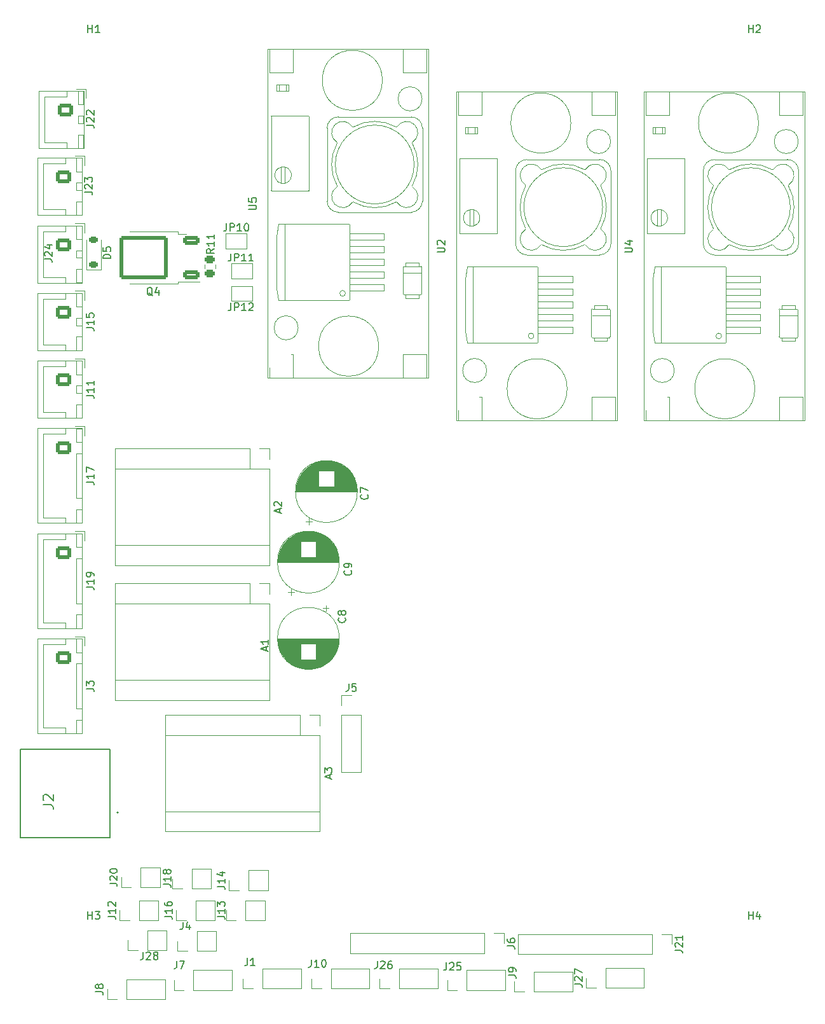
<source format=gbr>
%TF.GenerationSoftware,KiCad,Pcbnew,7.0.2*%
%TF.CreationDate,2024-02-29T19:16:00+01:00*%
%TF.ProjectId,carte actionneur,63617274-6520-4616-9374-696f6e6e6575,rev?*%
%TF.SameCoordinates,Original*%
%TF.FileFunction,Legend,Top*%
%TF.FilePolarity,Positive*%
%FSLAX46Y46*%
G04 Gerber Fmt 4.6, Leading zero omitted, Abs format (unit mm)*
G04 Created by KiCad (PCBNEW 7.0.2) date 2024-02-29 19:16:00*
%MOMM*%
%LPD*%
G01*
G04 APERTURE LIST*
G04 Aperture macros list*
%AMRoundRect*
0 Rectangle with rounded corners*
0 $1 Rounding radius*
0 $2 $3 $4 $5 $6 $7 $8 $9 X,Y pos of 4 corners*
0 Add a 4 corners polygon primitive as box body*
4,1,4,$2,$3,$4,$5,$6,$7,$8,$9,$2,$3,0*
0 Add four circle primitives for the rounded corners*
1,1,$1+$1,$2,$3*
1,1,$1+$1,$4,$5*
1,1,$1+$1,$6,$7*
1,1,$1+$1,$8,$9*
0 Add four rect primitives between the rounded corners*
20,1,$1+$1,$2,$3,$4,$5,0*
20,1,$1+$1,$4,$5,$6,$7,0*
20,1,$1+$1,$6,$7,$8,$9,0*
20,1,$1+$1,$8,$9,$2,$3,0*%
%AMFreePoly0*
4,1,6,1.000000,0.000000,0.500000,-0.750000,-0.500000,-0.750000,-0.500000,0.750000,0.500000,0.750000,1.000000,0.000000,1.000000,0.000000,$1*%
%AMFreePoly1*
4,1,6,0.500000,-0.750000,-0.650000,-0.750000,-0.150000,0.000000,-0.650000,0.750000,0.500000,0.750000,0.500000,-0.750000,0.500000,-0.750000,$1*%
G04 Aperture macros list end*
%ADD10C,0.150000*%
%ADD11C,0.200000*%
%ADD12C,0.127000*%
%ADD13C,0.120000*%
%ADD14C,2.550000*%
%ADD15R,2.550000X2.550000*%
%ADD16R,1.700000X1.700000*%
%ADD17O,1.700000X1.700000*%
%ADD18RoundRect,0.250000X-0.750000X0.600000X-0.750000X-0.600000X0.750000X-0.600000X0.750000X0.600000X0*%
%ADD19O,2.000000X1.700000*%
%ADD20C,0.800000*%
%ADD21C,6.400000*%
%ADD22C,1.600000*%
%ADD23R,1.600000X1.600000*%
%ADD24RoundRect,0.250000X0.850000X0.350000X-0.850000X0.350000X-0.850000X-0.350000X0.850000X-0.350000X0*%
%ADD25RoundRect,0.249997X2.950003X2.650003X-2.950003X2.650003X-2.950003X-2.650003X2.950003X-2.650003X0*%
%ADD26FreePoly0,0.000000*%
%ADD27FreePoly1,0.000000*%
%ADD28RoundRect,0.250000X-0.725000X0.600000X-0.725000X-0.600000X0.725000X-0.600000X0.725000X0.600000X0*%
%ADD29O,1.950000X1.700000*%
%ADD30O,1.600000X1.600000*%
%ADD31C,2.540000*%
%ADD32R,2.540000X2.540000*%
%ADD33RoundRect,0.250000X0.450000X-0.262500X0.450000X0.262500X-0.450000X0.262500X-0.450000X-0.262500X0*%
%ADD34RoundRect,0.225000X0.375000X-0.225000X0.375000X0.225000X-0.375000X0.225000X-0.375000X-0.225000X0*%
%ADD35C,1.880400*%
G04 APERTURE END LIST*
D10*
%TO.C,J2*%
X104247666Y-148066666D02*
X105247666Y-148066666D01*
X105247666Y-148066666D02*
X105447666Y-148133333D01*
X105447666Y-148133333D02*
X105581000Y-148266666D01*
X105581000Y-148266666D02*
X105647666Y-148466666D01*
X105647666Y-148466666D02*
X105647666Y-148600000D01*
X104381000Y-147466666D02*
X104314333Y-147399999D01*
X104314333Y-147399999D02*
X104247666Y-147266666D01*
X104247666Y-147266666D02*
X104247666Y-146933333D01*
X104247666Y-146933333D02*
X104314333Y-146799999D01*
X104314333Y-146799999D02*
X104381000Y-146733333D01*
X104381000Y-146733333D02*
X104514333Y-146666666D01*
X104514333Y-146666666D02*
X104647666Y-146666666D01*
X104647666Y-146666666D02*
X104847666Y-146733333D01*
X104847666Y-146733333D02*
X105647666Y-147533333D01*
X105647666Y-147533333D02*
X105647666Y-146666666D01*
%TO.C,J12*%
X112892429Y-162909523D02*
X113606714Y-162909523D01*
X113606714Y-162909523D02*
X113749571Y-162957142D01*
X113749571Y-162957142D02*
X113844810Y-163052380D01*
X113844810Y-163052380D02*
X113892429Y-163195237D01*
X113892429Y-163195237D02*
X113892429Y-163290475D01*
X113892429Y-161909523D02*
X113892429Y-162480951D01*
X113892429Y-162195237D02*
X112892429Y-162195237D01*
X112892429Y-162195237D02*
X113035286Y-162290475D01*
X113035286Y-162290475D02*
X113130524Y-162385713D01*
X113130524Y-162385713D02*
X113178143Y-162480951D01*
X112987667Y-161528570D02*
X112940048Y-161480951D01*
X112940048Y-161480951D02*
X112892429Y-161385713D01*
X112892429Y-161385713D02*
X112892429Y-161147618D01*
X112892429Y-161147618D02*
X112940048Y-161052380D01*
X112940048Y-161052380D02*
X112987667Y-161004761D01*
X112987667Y-161004761D02*
X113082905Y-160957142D01*
X113082905Y-160957142D02*
X113178143Y-160957142D01*
X113178143Y-160957142D02*
X113321000Y-161004761D01*
X113321000Y-161004761D02*
X113892429Y-161576189D01*
X113892429Y-161576189D02*
X113892429Y-160957142D01*
%TO.C,J24*%
X104462619Y-75409523D02*
X105176904Y-75409523D01*
X105176904Y-75409523D02*
X105319761Y-75457142D01*
X105319761Y-75457142D02*
X105415000Y-75552380D01*
X105415000Y-75552380D02*
X105462619Y-75695237D01*
X105462619Y-75695237D02*
X105462619Y-75790475D01*
X104557857Y-74980951D02*
X104510238Y-74933332D01*
X104510238Y-74933332D02*
X104462619Y-74838094D01*
X104462619Y-74838094D02*
X104462619Y-74599999D01*
X104462619Y-74599999D02*
X104510238Y-74504761D01*
X104510238Y-74504761D02*
X104557857Y-74457142D01*
X104557857Y-74457142D02*
X104653095Y-74409523D01*
X104653095Y-74409523D02*
X104748333Y-74409523D01*
X104748333Y-74409523D02*
X104891190Y-74457142D01*
X104891190Y-74457142D02*
X105462619Y-75028570D01*
X105462619Y-75028570D02*
X105462619Y-74409523D01*
X104795952Y-73552380D02*
X105462619Y-73552380D01*
X104415000Y-73790475D02*
X105129285Y-74028570D01*
X105129285Y-74028570D02*
X105129285Y-73409523D01*
%TO.C,J18*%
X120262619Y-158609523D02*
X120976904Y-158609523D01*
X120976904Y-158609523D02*
X121119761Y-158657142D01*
X121119761Y-158657142D02*
X121215000Y-158752380D01*
X121215000Y-158752380D02*
X121262619Y-158895237D01*
X121262619Y-158895237D02*
X121262619Y-158990475D01*
X121262619Y-157609523D02*
X121262619Y-158180951D01*
X121262619Y-157895237D02*
X120262619Y-157895237D01*
X120262619Y-157895237D02*
X120405476Y-157990475D01*
X120405476Y-157990475D02*
X120500714Y-158085713D01*
X120500714Y-158085713D02*
X120548333Y-158180951D01*
X120691190Y-157038094D02*
X120643571Y-157133332D01*
X120643571Y-157133332D02*
X120595952Y-157180951D01*
X120595952Y-157180951D02*
X120500714Y-157228570D01*
X120500714Y-157228570D02*
X120453095Y-157228570D01*
X120453095Y-157228570D02*
X120357857Y-157180951D01*
X120357857Y-157180951D02*
X120310238Y-157133332D01*
X120310238Y-157133332D02*
X120262619Y-157038094D01*
X120262619Y-157038094D02*
X120262619Y-156847618D01*
X120262619Y-156847618D02*
X120310238Y-156752380D01*
X120310238Y-156752380D02*
X120357857Y-156704761D01*
X120357857Y-156704761D02*
X120453095Y-156657142D01*
X120453095Y-156657142D02*
X120500714Y-156657142D01*
X120500714Y-156657142D02*
X120595952Y-156704761D01*
X120595952Y-156704761D02*
X120643571Y-156752380D01*
X120643571Y-156752380D02*
X120691190Y-156847618D01*
X120691190Y-156847618D02*
X120691190Y-157038094D01*
X120691190Y-157038094D02*
X120738809Y-157133332D01*
X120738809Y-157133332D02*
X120786428Y-157180951D01*
X120786428Y-157180951D02*
X120881666Y-157228570D01*
X120881666Y-157228570D02*
X121072142Y-157228570D01*
X121072142Y-157228570D02*
X121167380Y-157180951D01*
X121167380Y-157180951D02*
X121215000Y-157133332D01*
X121215000Y-157133332D02*
X121262619Y-157038094D01*
X121262619Y-157038094D02*
X121262619Y-156847618D01*
X121262619Y-156847618D02*
X121215000Y-156752380D01*
X121215000Y-156752380D02*
X121167380Y-156704761D01*
X121167380Y-156704761D02*
X121072142Y-156657142D01*
X121072142Y-156657142D02*
X120881666Y-156657142D01*
X120881666Y-156657142D02*
X120786428Y-156704761D01*
X120786428Y-156704761D02*
X120738809Y-156752380D01*
X120738809Y-156752380D02*
X120691190Y-156847618D01*
%TO.C,H4*%
X198238095Y-163262619D02*
X198238095Y-162262619D01*
X198238095Y-162738809D02*
X198809523Y-162738809D01*
X198809523Y-163262619D02*
X198809523Y-162262619D01*
X199714285Y-162595952D02*
X199714285Y-163262619D01*
X199476190Y-162215000D02*
X199238095Y-162929285D01*
X199238095Y-162929285D02*
X199857142Y-162929285D01*
%TO.C,J13*%
X127462619Y-162909523D02*
X128176904Y-162909523D01*
X128176904Y-162909523D02*
X128319761Y-162957142D01*
X128319761Y-162957142D02*
X128415000Y-163052380D01*
X128415000Y-163052380D02*
X128462619Y-163195237D01*
X128462619Y-163195237D02*
X128462619Y-163290475D01*
X128462619Y-161909523D02*
X128462619Y-162480951D01*
X128462619Y-162195237D02*
X127462619Y-162195237D01*
X127462619Y-162195237D02*
X127605476Y-162290475D01*
X127605476Y-162290475D02*
X127700714Y-162385713D01*
X127700714Y-162385713D02*
X127748333Y-162480951D01*
X127462619Y-161576189D02*
X127462619Y-160957142D01*
X127462619Y-160957142D02*
X127843571Y-161290475D01*
X127843571Y-161290475D02*
X127843571Y-161147618D01*
X127843571Y-161147618D02*
X127891190Y-161052380D01*
X127891190Y-161052380D02*
X127938809Y-161004761D01*
X127938809Y-161004761D02*
X128034047Y-160957142D01*
X128034047Y-160957142D02*
X128272142Y-160957142D01*
X128272142Y-160957142D02*
X128367380Y-161004761D01*
X128367380Y-161004761D02*
X128415000Y-161052380D01*
X128415000Y-161052380D02*
X128462619Y-161147618D01*
X128462619Y-161147618D02*
X128462619Y-161433332D01*
X128462619Y-161433332D02*
X128415000Y-161528570D01*
X128415000Y-161528570D02*
X128367380Y-161576189D01*
%TO.C,C8*%
X144467380Y-123166666D02*
X144515000Y-123214285D01*
X144515000Y-123214285D02*
X144562619Y-123357142D01*
X144562619Y-123357142D02*
X144562619Y-123452380D01*
X144562619Y-123452380D02*
X144515000Y-123595237D01*
X144515000Y-123595237D02*
X144419761Y-123690475D01*
X144419761Y-123690475D02*
X144324523Y-123738094D01*
X144324523Y-123738094D02*
X144134047Y-123785713D01*
X144134047Y-123785713D02*
X143991190Y-123785713D01*
X143991190Y-123785713D02*
X143800714Y-123738094D01*
X143800714Y-123738094D02*
X143705476Y-123690475D01*
X143705476Y-123690475D02*
X143610238Y-123595237D01*
X143610238Y-123595237D02*
X143562619Y-123452380D01*
X143562619Y-123452380D02*
X143562619Y-123357142D01*
X143562619Y-123357142D02*
X143610238Y-123214285D01*
X143610238Y-123214285D02*
X143657857Y-123166666D01*
X143991190Y-122595237D02*
X143943571Y-122690475D01*
X143943571Y-122690475D02*
X143895952Y-122738094D01*
X143895952Y-122738094D02*
X143800714Y-122785713D01*
X143800714Y-122785713D02*
X143753095Y-122785713D01*
X143753095Y-122785713D02*
X143657857Y-122738094D01*
X143657857Y-122738094D02*
X143610238Y-122690475D01*
X143610238Y-122690475D02*
X143562619Y-122595237D01*
X143562619Y-122595237D02*
X143562619Y-122404761D01*
X143562619Y-122404761D02*
X143610238Y-122309523D01*
X143610238Y-122309523D02*
X143657857Y-122261904D01*
X143657857Y-122261904D02*
X143753095Y-122214285D01*
X143753095Y-122214285D02*
X143800714Y-122214285D01*
X143800714Y-122214285D02*
X143895952Y-122261904D01*
X143895952Y-122261904D02*
X143943571Y-122309523D01*
X143943571Y-122309523D02*
X143991190Y-122404761D01*
X143991190Y-122404761D02*
X143991190Y-122595237D01*
X143991190Y-122595237D02*
X144038809Y-122690475D01*
X144038809Y-122690475D02*
X144086428Y-122738094D01*
X144086428Y-122738094D02*
X144181666Y-122785713D01*
X144181666Y-122785713D02*
X144372142Y-122785713D01*
X144372142Y-122785713D02*
X144467380Y-122738094D01*
X144467380Y-122738094D02*
X144515000Y-122690475D01*
X144515000Y-122690475D02*
X144562619Y-122595237D01*
X144562619Y-122595237D02*
X144562619Y-122404761D01*
X144562619Y-122404761D02*
X144515000Y-122309523D01*
X144515000Y-122309523D02*
X144467380Y-122261904D01*
X144467380Y-122261904D02*
X144372142Y-122214285D01*
X144372142Y-122214285D02*
X144181666Y-122214285D01*
X144181666Y-122214285D02*
X144086428Y-122261904D01*
X144086428Y-122261904D02*
X144038809Y-122309523D01*
X144038809Y-122309523D02*
X143991190Y-122404761D01*
%TO.C,C9*%
X145267380Y-116866666D02*
X145315000Y-116914285D01*
X145315000Y-116914285D02*
X145362619Y-117057142D01*
X145362619Y-117057142D02*
X145362619Y-117152380D01*
X145362619Y-117152380D02*
X145315000Y-117295237D01*
X145315000Y-117295237D02*
X145219761Y-117390475D01*
X145219761Y-117390475D02*
X145124523Y-117438094D01*
X145124523Y-117438094D02*
X144934047Y-117485713D01*
X144934047Y-117485713D02*
X144791190Y-117485713D01*
X144791190Y-117485713D02*
X144600714Y-117438094D01*
X144600714Y-117438094D02*
X144505476Y-117390475D01*
X144505476Y-117390475D02*
X144410238Y-117295237D01*
X144410238Y-117295237D02*
X144362619Y-117152380D01*
X144362619Y-117152380D02*
X144362619Y-117057142D01*
X144362619Y-117057142D02*
X144410238Y-116914285D01*
X144410238Y-116914285D02*
X144457857Y-116866666D01*
X145362619Y-116390475D02*
X145362619Y-116199999D01*
X145362619Y-116199999D02*
X145315000Y-116104761D01*
X145315000Y-116104761D02*
X145267380Y-116057142D01*
X145267380Y-116057142D02*
X145124523Y-115961904D01*
X145124523Y-115961904D02*
X144934047Y-115914285D01*
X144934047Y-115914285D02*
X144553095Y-115914285D01*
X144553095Y-115914285D02*
X144457857Y-115961904D01*
X144457857Y-115961904D02*
X144410238Y-116009523D01*
X144410238Y-116009523D02*
X144362619Y-116104761D01*
X144362619Y-116104761D02*
X144362619Y-116295237D01*
X144362619Y-116295237D02*
X144410238Y-116390475D01*
X144410238Y-116390475D02*
X144457857Y-116438094D01*
X144457857Y-116438094D02*
X144553095Y-116485713D01*
X144553095Y-116485713D02*
X144791190Y-116485713D01*
X144791190Y-116485713D02*
X144886428Y-116438094D01*
X144886428Y-116438094D02*
X144934047Y-116390475D01*
X144934047Y-116390475D02*
X144981666Y-116295237D01*
X144981666Y-116295237D02*
X144981666Y-116104761D01*
X144981666Y-116104761D02*
X144934047Y-116009523D01*
X144934047Y-116009523D02*
X144886428Y-115961904D01*
X144886428Y-115961904D02*
X144791190Y-115914285D01*
%TO.C,Q4*%
X118839761Y-80282857D02*
X118744523Y-80235238D01*
X118744523Y-80235238D02*
X118649285Y-80140000D01*
X118649285Y-80140000D02*
X118506428Y-79997142D01*
X118506428Y-79997142D02*
X118411190Y-79949523D01*
X118411190Y-79949523D02*
X118315952Y-79949523D01*
X118363571Y-80187619D02*
X118268333Y-80140000D01*
X118268333Y-80140000D02*
X118173095Y-80044761D01*
X118173095Y-80044761D02*
X118125476Y-79854285D01*
X118125476Y-79854285D02*
X118125476Y-79520952D01*
X118125476Y-79520952D02*
X118173095Y-79330476D01*
X118173095Y-79330476D02*
X118268333Y-79235238D01*
X118268333Y-79235238D02*
X118363571Y-79187619D01*
X118363571Y-79187619D02*
X118554047Y-79187619D01*
X118554047Y-79187619D02*
X118649285Y-79235238D01*
X118649285Y-79235238D02*
X118744523Y-79330476D01*
X118744523Y-79330476D02*
X118792142Y-79520952D01*
X118792142Y-79520952D02*
X118792142Y-79854285D01*
X118792142Y-79854285D02*
X118744523Y-80044761D01*
X118744523Y-80044761D02*
X118649285Y-80140000D01*
X118649285Y-80140000D02*
X118554047Y-80187619D01*
X118554047Y-80187619D02*
X118363571Y-80187619D01*
X119649285Y-79520952D02*
X119649285Y-80187619D01*
X119411190Y-79140000D02*
X119173095Y-79854285D01*
X119173095Y-79854285D02*
X119792142Y-79854285D01*
%TO.C,J10*%
X139990476Y-168662619D02*
X139990476Y-169376904D01*
X139990476Y-169376904D02*
X139942857Y-169519761D01*
X139942857Y-169519761D02*
X139847619Y-169615000D01*
X139847619Y-169615000D02*
X139704762Y-169662619D01*
X139704762Y-169662619D02*
X139609524Y-169662619D01*
X140990476Y-169662619D02*
X140419048Y-169662619D01*
X140704762Y-169662619D02*
X140704762Y-168662619D01*
X140704762Y-168662619D02*
X140609524Y-168805476D01*
X140609524Y-168805476D02*
X140514286Y-168900714D01*
X140514286Y-168900714D02*
X140419048Y-168948333D01*
X141609524Y-168662619D02*
X141704762Y-168662619D01*
X141704762Y-168662619D02*
X141800000Y-168710238D01*
X141800000Y-168710238D02*
X141847619Y-168757857D01*
X141847619Y-168757857D02*
X141895238Y-168853095D01*
X141895238Y-168853095D02*
X141942857Y-169043571D01*
X141942857Y-169043571D02*
X141942857Y-169281666D01*
X141942857Y-169281666D02*
X141895238Y-169472142D01*
X141895238Y-169472142D02*
X141847619Y-169567380D01*
X141847619Y-169567380D02*
X141800000Y-169615000D01*
X141800000Y-169615000D02*
X141704762Y-169662619D01*
X141704762Y-169662619D02*
X141609524Y-169662619D01*
X141609524Y-169662619D02*
X141514286Y-169615000D01*
X141514286Y-169615000D02*
X141466667Y-169567380D01*
X141466667Y-169567380D02*
X141419048Y-169472142D01*
X141419048Y-169472142D02*
X141371429Y-169281666D01*
X141371429Y-169281666D02*
X141371429Y-169043571D01*
X141371429Y-169043571D02*
X141419048Y-168853095D01*
X141419048Y-168853095D02*
X141466667Y-168757857D01*
X141466667Y-168757857D02*
X141514286Y-168710238D01*
X141514286Y-168710238D02*
X141609524Y-168662619D01*
%TO.C,JP11*%
X129290476Y-74662619D02*
X129290476Y-75376904D01*
X129290476Y-75376904D02*
X129242857Y-75519761D01*
X129242857Y-75519761D02*
X129147619Y-75615000D01*
X129147619Y-75615000D02*
X129004762Y-75662619D01*
X129004762Y-75662619D02*
X128909524Y-75662619D01*
X129766667Y-75662619D02*
X129766667Y-74662619D01*
X129766667Y-74662619D02*
X130147619Y-74662619D01*
X130147619Y-74662619D02*
X130242857Y-74710238D01*
X130242857Y-74710238D02*
X130290476Y-74757857D01*
X130290476Y-74757857D02*
X130338095Y-74853095D01*
X130338095Y-74853095D02*
X130338095Y-74995952D01*
X130338095Y-74995952D02*
X130290476Y-75091190D01*
X130290476Y-75091190D02*
X130242857Y-75138809D01*
X130242857Y-75138809D02*
X130147619Y-75186428D01*
X130147619Y-75186428D02*
X129766667Y-75186428D01*
X131290476Y-75662619D02*
X130719048Y-75662619D01*
X131004762Y-75662619D02*
X131004762Y-74662619D01*
X131004762Y-74662619D02*
X130909524Y-74805476D01*
X130909524Y-74805476D02*
X130814286Y-74900714D01*
X130814286Y-74900714D02*
X130719048Y-74948333D01*
X132242857Y-75662619D02*
X131671429Y-75662619D01*
X131957143Y-75662619D02*
X131957143Y-74662619D01*
X131957143Y-74662619D02*
X131861905Y-74805476D01*
X131861905Y-74805476D02*
X131766667Y-74900714D01*
X131766667Y-74900714D02*
X131671429Y-74948333D01*
%TO.C,H1*%
X110238095Y-45262619D02*
X110238095Y-44262619D01*
X110238095Y-44738809D02*
X110809523Y-44738809D01*
X110809523Y-45262619D02*
X110809523Y-44262619D01*
X111809523Y-45262619D02*
X111238095Y-45262619D01*
X111523809Y-45262619D02*
X111523809Y-44262619D01*
X111523809Y-44262619D02*
X111428571Y-44405476D01*
X111428571Y-44405476D02*
X111333333Y-44500714D01*
X111333333Y-44500714D02*
X111238095Y-44548333D01*
%TO.C,J19*%
X110012619Y-119059523D02*
X110726904Y-119059523D01*
X110726904Y-119059523D02*
X110869761Y-119107142D01*
X110869761Y-119107142D02*
X110965000Y-119202380D01*
X110965000Y-119202380D02*
X111012619Y-119345237D01*
X111012619Y-119345237D02*
X111012619Y-119440475D01*
X111012619Y-118059523D02*
X111012619Y-118630951D01*
X111012619Y-118345237D02*
X110012619Y-118345237D01*
X110012619Y-118345237D02*
X110155476Y-118440475D01*
X110155476Y-118440475D02*
X110250714Y-118535713D01*
X110250714Y-118535713D02*
X110298333Y-118630951D01*
X111012619Y-117583332D02*
X111012619Y-117392856D01*
X111012619Y-117392856D02*
X110965000Y-117297618D01*
X110965000Y-117297618D02*
X110917380Y-117249999D01*
X110917380Y-117249999D02*
X110774523Y-117154761D01*
X110774523Y-117154761D02*
X110584047Y-117107142D01*
X110584047Y-117107142D02*
X110203095Y-117107142D01*
X110203095Y-117107142D02*
X110107857Y-117154761D01*
X110107857Y-117154761D02*
X110060238Y-117202380D01*
X110060238Y-117202380D02*
X110012619Y-117297618D01*
X110012619Y-117297618D02*
X110012619Y-117488094D01*
X110012619Y-117488094D02*
X110060238Y-117583332D01*
X110060238Y-117583332D02*
X110107857Y-117630951D01*
X110107857Y-117630951D02*
X110203095Y-117678570D01*
X110203095Y-117678570D02*
X110441190Y-117678570D01*
X110441190Y-117678570D02*
X110536428Y-117630951D01*
X110536428Y-117630951D02*
X110584047Y-117583332D01*
X110584047Y-117583332D02*
X110631666Y-117488094D01*
X110631666Y-117488094D02*
X110631666Y-117297618D01*
X110631666Y-117297618D02*
X110584047Y-117202380D01*
X110584047Y-117202380D02*
X110536428Y-117154761D01*
X110536428Y-117154761D02*
X110441190Y-117107142D01*
%TO.C,J23*%
X109812619Y-66459523D02*
X110526904Y-66459523D01*
X110526904Y-66459523D02*
X110669761Y-66507142D01*
X110669761Y-66507142D02*
X110765000Y-66602380D01*
X110765000Y-66602380D02*
X110812619Y-66745237D01*
X110812619Y-66745237D02*
X110812619Y-66840475D01*
X109907857Y-66030951D02*
X109860238Y-65983332D01*
X109860238Y-65983332D02*
X109812619Y-65888094D01*
X109812619Y-65888094D02*
X109812619Y-65649999D01*
X109812619Y-65649999D02*
X109860238Y-65554761D01*
X109860238Y-65554761D02*
X109907857Y-65507142D01*
X109907857Y-65507142D02*
X110003095Y-65459523D01*
X110003095Y-65459523D02*
X110098333Y-65459523D01*
X110098333Y-65459523D02*
X110241190Y-65507142D01*
X110241190Y-65507142D02*
X110812619Y-66078570D01*
X110812619Y-66078570D02*
X110812619Y-65459523D01*
X109812619Y-65126189D02*
X109812619Y-64507142D01*
X109812619Y-64507142D02*
X110193571Y-64840475D01*
X110193571Y-64840475D02*
X110193571Y-64697618D01*
X110193571Y-64697618D02*
X110241190Y-64602380D01*
X110241190Y-64602380D02*
X110288809Y-64554761D01*
X110288809Y-64554761D02*
X110384047Y-64507142D01*
X110384047Y-64507142D02*
X110622142Y-64507142D01*
X110622142Y-64507142D02*
X110717380Y-64554761D01*
X110717380Y-64554761D02*
X110765000Y-64602380D01*
X110765000Y-64602380D02*
X110812619Y-64697618D01*
X110812619Y-64697618D02*
X110812619Y-64983332D01*
X110812619Y-64983332D02*
X110765000Y-65078570D01*
X110765000Y-65078570D02*
X110717380Y-65126189D01*
%TO.C,A3*%
X142456904Y-144564285D02*
X142456904Y-144088095D01*
X142742619Y-144659523D02*
X141742619Y-144326190D01*
X141742619Y-144326190D02*
X142742619Y-143992857D01*
X141742619Y-143754761D02*
X141742619Y-143135714D01*
X141742619Y-143135714D02*
X142123571Y-143469047D01*
X142123571Y-143469047D02*
X142123571Y-143326190D01*
X142123571Y-143326190D02*
X142171190Y-143230952D01*
X142171190Y-143230952D02*
X142218809Y-143183333D01*
X142218809Y-143183333D02*
X142314047Y-143135714D01*
X142314047Y-143135714D02*
X142552142Y-143135714D01*
X142552142Y-143135714D02*
X142647380Y-143183333D01*
X142647380Y-143183333D02*
X142695000Y-143230952D01*
X142695000Y-143230952D02*
X142742619Y-143326190D01*
X142742619Y-143326190D02*
X142742619Y-143611904D01*
X142742619Y-143611904D02*
X142695000Y-143707142D01*
X142695000Y-143707142D02*
X142647380Y-143754761D01*
%TO.C,U4*%
X181762619Y-74491904D02*
X182572142Y-74491904D01*
X182572142Y-74491904D02*
X182667380Y-74444285D01*
X182667380Y-74444285D02*
X182715000Y-74396666D01*
X182715000Y-74396666D02*
X182762619Y-74301428D01*
X182762619Y-74301428D02*
X182762619Y-74110952D01*
X182762619Y-74110952D02*
X182715000Y-74015714D01*
X182715000Y-74015714D02*
X182667380Y-73968095D01*
X182667380Y-73968095D02*
X182572142Y-73920476D01*
X182572142Y-73920476D02*
X181762619Y-73920476D01*
X182095952Y-73015714D02*
X182762619Y-73015714D01*
X181715000Y-73253809D02*
X182429285Y-73491904D01*
X182429285Y-73491904D02*
X182429285Y-72872857D01*
%TO.C,A2*%
X135746904Y-109114285D02*
X135746904Y-108638095D01*
X136032619Y-109209523D02*
X135032619Y-108876190D01*
X135032619Y-108876190D02*
X136032619Y-108542857D01*
X135127857Y-108257142D02*
X135080238Y-108209523D01*
X135080238Y-108209523D02*
X135032619Y-108114285D01*
X135032619Y-108114285D02*
X135032619Y-107876190D01*
X135032619Y-107876190D02*
X135080238Y-107780952D01*
X135080238Y-107780952D02*
X135127857Y-107733333D01*
X135127857Y-107733333D02*
X135223095Y-107685714D01*
X135223095Y-107685714D02*
X135318333Y-107685714D01*
X135318333Y-107685714D02*
X135461190Y-107733333D01*
X135461190Y-107733333D02*
X136032619Y-108304761D01*
X136032619Y-108304761D02*
X136032619Y-107685714D01*
%TO.C,J25*%
X157990476Y-169062619D02*
X157990476Y-169776904D01*
X157990476Y-169776904D02*
X157942857Y-169919761D01*
X157942857Y-169919761D02*
X157847619Y-170015000D01*
X157847619Y-170015000D02*
X157704762Y-170062619D01*
X157704762Y-170062619D02*
X157609524Y-170062619D01*
X158419048Y-169157857D02*
X158466667Y-169110238D01*
X158466667Y-169110238D02*
X158561905Y-169062619D01*
X158561905Y-169062619D02*
X158800000Y-169062619D01*
X158800000Y-169062619D02*
X158895238Y-169110238D01*
X158895238Y-169110238D02*
X158942857Y-169157857D01*
X158942857Y-169157857D02*
X158990476Y-169253095D01*
X158990476Y-169253095D02*
X158990476Y-169348333D01*
X158990476Y-169348333D02*
X158942857Y-169491190D01*
X158942857Y-169491190D02*
X158371429Y-170062619D01*
X158371429Y-170062619D02*
X158990476Y-170062619D01*
X159895238Y-169062619D02*
X159419048Y-169062619D01*
X159419048Y-169062619D02*
X159371429Y-169538809D01*
X159371429Y-169538809D02*
X159419048Y-169491190D01*
X159419048Y-169491190D02*
X159514286Y-169443571D01*
X159514286Y-169443571D02*
X159752381Y-169443571D01*
X159752381Y-169443571D02*
X159847619Y-169491190D01*
X159847619Y-169491190D02*
X159895238Y-169538809D01*
X159895238Y-169538809D02*
X159942857Y-169634047D01*
X159942857Y-169634047D02*
X159942857Y-169872142D01*
X159942857Y-169872142D02*
X159895238Y-169967380D01*
X159895238Y-169967380D02*
X159847619Y-170015000D01*
X159847619Y-170015000D02*
X159752381Y-170062619D01*
X159752381Y-170062619D02*
X159514286Y-170062619D01*
X159514286Y-170062619D02*
X159419048Y-170015000D01*
X159419048Y-170015000D02*
X159371429Y-169967380D01*
%TO.C,U2*%
X156762619Y-74491904D02*
X157572142Y-74491904D01*
X157572142Y-74491904D02*
X157667380Y-74444285D01*
X157667380Y-74444285D02*
X157715000Y-74396666D01*
X157715000Y-74396666D02*
X157762619Y-74301428D01*
X157762619Y-74301428D02*
X157762619Y-74110952D01*
X157762619Y-74110952D02*
X157715000Y-74015714D01*
X157715000Y-74015714D02*
X157667380Y-73968095D01*
X157667380Y-73968095D02*
X157572142Y-73920476D01*
X157572142Y-73920476D02*
X156762619Y-73920476D01*
X156857857Y-73491904D02*
X156810238Y-73444285D01*
X156810238Y-73444285D02*
X156762619Y-73349047D01*
X156762619Y-73349047D02*
X156762619Y-73110952D01*
X156762619Y-73110952D02*
X156810238Y-73015714D01*
X156810238Y-73015714D02*
X156857857Y-72968095D01*
X156857857Y-72968095D02*
X156953095Y-72920476D01*
X156953095Y-72920476D02*
X157048333Y-72920476D01*
X157048333Y-72920476D02*
X157191190Y-72968095D01*
X157191190Y-72968095D02*
X157762619Y-73539523D01*
X157762619Y-73539523D02*
X157762619Y-72920476D01*
%TO.C,J11*%
X110012619Y-93559523D02*
X110726904Y-93559523D01*
X110726904Y-93559523D02*
X110869761Y-93607142D01*
X110869761Y-93607142D02*
X110965000Y-93702380D01*
X110965000Y-93702380D02*
X111012619Y-93845237D01*
X111012619Y-93845237D02*
X111012619Y-93940475D01*
X111012619Y-92559523D02*
X111012619Y-93130951D01*
X111012619Y-92845237D02*
X110012619Y-92845237D01*
X110012619Y-92845237D02*
X110155476Y-92940475D01*
X110155476Y-92940475D02*
X110250714Y-93035713D01*
X110250714Y-93035713D02*
X110298333Y-93130951D01*
X111012619Y-91607142D02*
X111012619Y-92178570D01*
X111012619Y-91892856D02*
X110012619Y-91892856D01*
X110012619Y-91892856D02*
X110155476Y-91988094D01*
X110155476Y-91988094D02*
X110250714Y-92083332D01*
X110250714Y-92083332D02*
X110298333Y-92178570D01*
%TO.C,J17*%
X110012619Y-105059523D02*
X110726904Y-105059523D01*
X110726904Y-105059523D02*
X110869761Y-105107142D01*
X110869761Y-105107142D02*
X110965000Y-105202380D01*
X110965000Y-105202380D02*
X111012619Y-105345237D01*
X111012619Y-105345237D02*
X111012619Y-105440475D01*
X111012619Y-104059523D02*
X111012619Y-104630951D01*
X111012619Y-104345237D02*
X110012619Y-104345237D01*
X110012619Y-104345237D02*
X110155476Y-104440475D01*
X110155476Y-104440475D02*
X110250714Y-104535713D01*
X110250714Y-104535713D02*
X110298333Y-104630951D01*
X110012619Y-103726189D02*
X110012619Y-103059523D01*
X110012619Y-103059523D02*
X111012619Y-103488094D01*
%TO.C,J9*%
X166262619Y-170733333D02*
X166976904Y-170733333D01*
X166976904Y-170733333D02*
X167119761Y-170780952D01*
X167119761Y-170780952D02*
X167215000Y-170876190D01*
X167215000Y-170876190D02*
X167262619Y-171019047D01*
X167262619Y-171019047D02*
X167262619Y-171114285D01*
X167262619Y-170209523D02*
X167262619Y-170019047D01*
X167262619Y-170019047D02*
X167215000Y-169923809D01*
X167215000Y-169923809D02*
X167167380Y-169876190D01*
X167167380Y-169876190D02*
X167024523Y-169780952D01*
X167024523Y-169780952D02*
X166834047Y-169733333D01*
X166834047Y-169733333D02*
X166453095Y-169733333D01*
X166453095Y-169733333D02*
X166357857Y-169780952D01*
X166357857Y-169780952D02*
X166310238Y-169828571D01*
X166310238Y-169828571D02*
X166262619Y-169923809D01*
X166262619Y-169923809D02*
X166262619Y-170114285D01*
X166262619Y-170114285D02*
X166310238Y-170209523D01*
X166310238Y-170209523D02*
X166357857Y-170257142D01*
X166357857Y-170257142D02*
X166453095Y-170304761D01*
X166453095Y-170304761D02*
X166691190Y-170304761D01*
X166691190Y-170304761D02*
X166786428Y-170257142D01*
X166786428Y-170257142D02*
X166834047Y-170209523D01*
X166834047Y-170209523D02*
X166881666Y-170114285D01*
X166881666Y-170114285D02*
X166881666Y-169923809D01*
X166881666Y-169923809D02*
X166834047Y-169828571D01*
X166834047Y-169828571D02*
X166786428Y-169780952D01*
X166786428Y-169780952D02*
X166691190Y-169733333D01*
%TO.C,JP10*%
X128690476Y-70662619D02*
X128690476Y-71376904D01*
X128690476Y-71376904D02*
X128642857Y-71519761D01*
X128642857Y-71519761D02*
X128547619Y-71615000D01*
X128547619Y-71615000D02*
X128404762Y-71662619D01*
X128404762Y-71662619D02*
X128309524Y-71662619D01*
X129166667Y-71662619D02*
X129166667Y-70662619D01*
X129166667Y-70662619D02*
X129547619Y-70662619D01*
X129547619Y-70662619D02*
X129642857Y-70710238D01*
X129642857Y-70710238D02*
X129690476Y-70757857D01*
X129690476Y-70757857D02*
X129738095Y-70853095D01*
X129738095Y-70853095D02*
X129738095Y-70995952D01*
X129738095Y-70995952D02*
X129690476Y-71091190D01*
X129690476Y-71091190D02*
X129642857Y-71138809D01*
X129642857Y-71138809D02*
X129547619Y-71186428D01*
X129547619Y-71186428D02*
X129166667Y-71186428D01*
X130690476Y-71662619D02*
X130119048Y-71662619D01*
X130404762Y-71662619D02*
X130404762Y-70662619D01*
X130404762Y-70662619D02*
X130309524Y-70805476D01*
X130309524Y-70805476D02*
X130214286Y-70900714D01*
X130214286Y-70900714D02*
X130119048Y-70948333D01*
X131309524Y-70662619D02*
X131404762Y-70662619D01*
X131404762Y-70662619D02*
X131500000Y-70710238D01*
X131500000Y-70710238D02*
X131547619Y-70757857D01*
X131547619Y-70757857D02*
X131595238Y-70853095D01*
X131595238Y-70853095D02*
X131642857Y-71043571D01*
X131642857Y-71043571D02*
X131642857Y-71281666D01*
X131642857Y-71281666D02*
X131595238Y-71472142D01*
X131595238Y-71472142D02*
X131547619Y-71567380D01*
X131547619Y-71567380D02*
X131500000Y-71615000D01*
X131500000Y-71615000D02*
X131404762Y-71662619D01*
X131404762Y-71662619D02*
X131309524Y-71662619D01*
X131309524Y-71662619D02*
X131214286Y-71615000D01*
X131214286Y-71615000D02*
X131166667Y-71567380D01*
X131166667Y-71567380D02*
X131119048Y-71472142D01*
X131119048Y-71472142D02*
X131071429Y-71281666D01*
X131071429Y-71281666D02*
X131071429Y-71043571D01*
X131071429Y-71043571D02*
X131119048Y-70853095D01*
X131119048Y-70853095D02*
X131166667Y-70757857D01*
X131166667Y-70757857D02*
X131214286Y-70710238D01*
X131214286Y-70710238D02*
X131309524Y-70662619D01*
%TO.C,J20*%
X113132429Y-158509523D02*
X113846714Y-158509523D01*
X113846714Y-158509523D02*
X113989571Y-158557142D01*
X113989571Y-158557142D02*
X114084810Y-158652380D01*
X114084810Y-158652380D02*
X114132429Y-158795237D01*
X114132429Y-158795237D02*
X114132429Y-158890475D01*
X113227667Y-158080951D02*
X113180048Y-158033332D01*
X113180048Y-158033332D02*
X113132429Y-157938094D01*
X113132429Y-157938094D02*
X113132429Y-157699999D01*
X113132429Y-157699999D02*
X113180048Y-157604761D01*
X113180048Y-157604761D02*
X113227667Y-157557142D01*
X113227667Y-157557142D02*
X113322905Y-157509523D01*
X113322905Y-157509523D02*
X113418143Y-157509523D01*
X113418143Y-157509523D02*
X113561000Y-157557142D01*
X113561000Y-157557142D02*
X114132429Y-158128570D01*
X114132429Y-158128570D02*
X114132429Y-157509523D01*
X113132429Y-156890475D02*
X113132429Y-156795237D01*
X113132429Y-156795237D02*
X113180048Y-156699999D01*
X113180048Y-156699999D02*
X113227667Y-156652380D01*
X113227667Y-156652380D02*
X113322905Y-156604761D01*
X113322905Y-156604761D02*
X113513381Y-156557142D01*
X113513381Y-156557142D02*
X113751476Y-156557142D01*
X113751476Y-156557142D02*
X113941952Y-156604761D01*
X113941952Y-156604761D02*
X114037190Y-156652380D01*
X114037190Y-156652380D02*
X114084810Y-156699999D01*
X114084810Y-156699999D02*
X114132429Y-156795237D01*
X114132429Y-156795237D02*
X114132429Y-156890475D01*
X114132429Y-156890475D02*
X114084810Y-156985713D01*
X114084810Y-156985713D02*
X114037190Y-157033332D01*
X114037190Y-157033332D02*
X113941952Y-157080951D01*
X113941952Y-157080951D02*
X113751476Y-157128570D01*
X113751476Y-157128570D02*
X113513381Y-157128570D01*
X113513381Y-157128570D02*
X113322905Y-157080951D01*
X113322905Y-157080951D02*
X113227667Y-157033332D01*
X113227667Y-157033332D02*
X113180048Y-156985713D01*
X113180048Y-156985713D02*
X113132429Y-156890475D01*
%TO.C,R11*%
X127062619Y-74042857D02*
X126586428Y-74376190D01*
X127062619Y-74614285D02*
X126062619Y-74614285D01*
X126062619Y-74614285D02*
X126062619Y-74233333D01*
X126062619Y-74233333D02*
X126110238Y-74138095D01*
X126110238Y-74138095D02*
X126157857Y-74090476D01*
X126157857Y-74090476D02*
X126253095Y-74042857D01*
X126253095Y-74042857D02*
X126395952Y-74042857D01*
X126395952Y-74042857D02*
X126491190Y-74090476D01*
X126491190Y-74090476D02*
X126538809Y-74138095D01*
X126538809Y-74138095D02*
X126586428Y-74233333D01*
X126586428Y-74233333D02*
X126586428Y-74614285D01*
X127062619Y-73090476D02*
X127062619Y-73661904D01*
X127062619Y-73376190D02*
X126062619Y-73376190D01*
X126062619Y-73376190D02*
X126205476Y-73471428D01*
X126205476Y-73471428D02*
X126300714Y-73566666D01*
X126300714Y-73566666D02*
X126348333Y-73661904D01*
X127062619Y-72138095D02*
X127062619Y-72709523D01*
X127062619Y-72423809D02*
X126062619Y-72423809D01*
X126062619Y-72423809D02*
X126205476Y-72519047D01*
X126205476Y-72519047D02*
X126300714Y-72614285D01*
X126300714Y-72614285D02*
X126348333Y-72709523D01*
%TO.C,C7*%
X147467380Y-106766666D02*
X147515000Y-106814285D01*
X147515000Y-106814285D02*
X147562619Y-106957142D01*
X147562619Y-106957142D02*
X147562619Y-107052380D01*
X147562619Y-107052380D02*
X147515000Y-107195237D01*
X147515000Y-107195237D02*
X147419761Y-107290475D01*
X147419761Y-107290475D02*
X147324523Y-107338094D01*
X147324523Y-107338094D02*
X147134047Y-107385713D01*
X147134047Y-107385713D02*
X146991190Y-107385713D01*
X146991190Y-107385713D02*
X146800714Y-107338094D01*
X146800714Y-107338094D02*
X146705476Y-107290475D01*
X146705476Y-107290475D02*
X146610238Y-107195237D01*
X146610238Y-107195237D02*
X146562619Y-107052380D01*
X146562619Y-107052380D02*
X146562619Y-106957142D01*
X146562619Y-106957142D02*
X146610238Y-106814285D01*
X146610238Y-106814285D02*
X146657857Y-106766666D01*
X146562619Y-106433332D02*
X146562619Y-105766666D01*
X146562619Y-105766666D02*
X147562619Y-106195237D01*
%TO.C,J26*%
X148790476Y-168862619D02*
X148790476Y-169576904D01*
X148790476Y-169576904D02*
X148742857Y-169719761D01*
X148742857Y-169719761D02*
X148647619Y-169815000D01*
X148647619Y-169815000D02*
X148504762Y-169862619D01*
X148504762Y-169862619D02*
X148409524Y-169862619D01*
X149219048Y-168957857D02*
X149266667Y-168910238D01*
X149266667Y-168910238D02*
X149361905Y-168862619D01*
X149361905Y-168862619D02*
X149600000Y-168862619D01*
X149600000Y-168862619D02*
X149695238Y-168910238D01*
X149695238Y-168910238D02*
X149742857Y-168957857D01*
X149742857Y-168957857D02*
X149790476Y-169053095D01*
X149790476Y-169053095D02*
X149790476Y-169148333D01*
X149790476Y-169148333D02*
X149742857Y-169291190D01*
X149742857Y-169291190D02*
X149171429Y-169862619D01*
X149171429Y-169862619D02*
X149790476Y-169862619D01*
X150647619Y-168862619D02*
X150457143Y-168862619D01*
X150457143Y-168862619D02*
X150361905Y-168910238D01*
X150361905Y-168910238D02*
X150314286Y-168957857D01*
X150314286Y-168957857D02*
X150219048Y-169100714D01*
X150219048Y-169100714D02*
X150171429Y-169291190D01*
X150171429Y-169291190D02*
X150171429Y-169672142D01*
X150171429Y-169672142D02*
X150219048Y-169767380D01*
X150219048Y-169767380D02*
X150266667Y-169815000D01*
X150266667Y-169815000D02*
X150361905Y-169862619D01*
X150361905Y-169862619D02*
X150552381Y-169862619D01*
X150552381Y-169862619D02*
X150647619Y-169815000D01*
X150647619Y-169815000D02*
X150695238Y-169767380D01*
X150695238Y-169767380D02*
X150742857Y-169672142D01*
X150742857Y-169672142D02*
X150742857Y-169434047D01*
X150742857Y-169434047D02*
X150695238Y-169338809D01*
X150695238Y-169338809D02*
X150647619Y-169291190D01*
X150647619Y-169291190D02*
X150552381Y-169243571D01*
X150552381Y-169243571D02*
X150361905Y-169243571D01*
X150361905Y-169243571D02*
X150266667Y-169291190D01*
X150266667Y-169291190D02*
X150219048Y-169338809D01*
X150219048Y-169338809D02*
X150171429Y-169434047D01*
%TO.C,JP12*%
X129290476Y-81262619D02*
X129290476Y-81976904D01*
X129290476Y-81976904D02*
X129242857Y-82119761D01*
X129242857Y-82119761D02*
X129147619Y-82215000D01*
X129147619Y-82215000D02*
X129004762Y-82262619D01*
X129004762Y-82262619D02*
X128909524Y-82262619D01*
X129766667Y-82262619D02*
X129766667Y-81262619D01*
X129766667Y-81262619D02*
X130147619Y-81262619D01*
X130147619Y-81262619D02*
X130242857Y-81310238D01*
X130242857Y-81310238D02*
X130290476Y-81357857D01*
X130290476Y-81357857D02*
X130338095Y-81453095D01*
X130338095Y-81453095D02*
X130338095Y-81595952D01*
X130338095Y-81595952D02*
X130290476Y-81691190D01*
X130290476Y-81691190D02*
X130242857Y-81738809D01*
X130242857Y-81738809D02*
X130147619Y-81786428D01*
X130147619Y-81786428D02*
X129766667Y-81786428D01*
X131290476Y-82262619D02*
X130719048Y-82262619D01*
X131004762Y-82262619D02*
X131004762Y-81262619D01*
X131004762Y-81262619D02*
X130909524Y-81405476D01*
X130909524Y-81405476D02*
X130814286Y-81500714D01*
X130814286Y-81500714D02*
X130719048Y-81548333D01*
X131671429Y-81357857D02*
X131719048Y-81310238D01*
X131719048Y-81310238D02*
X131814286Y-81262619D01*
X131814286Y-81262619D02*
X132052381Y-81262619D01*
X132052381Y-81262619D02*
X132147619Y-81310238D01*
X132147619Y-81310238D02*
X132195238Y-81357857D01*
X132195238Y-81357857D02*
X132242857Y-81453095D01*
X132242857Y-81453095D02*
X132242857Y-81548333D01*
X132242857Y-81548333D02*
X132195238Y-81691190D01*
X132195238Y-81691190D02*
X131623810Y-82262619D01*
X131623810Y-82262619D02*
X132242857Y-82262619D01*
%TO.C,J6*%
X166092619Y-166833333D02*
X166806904Y-166833333D01*
X166806904Y-166833333D02*
X166949761Y-166880952D01*
X166949761Y-166880952D02*
X167045000Y-166976190D01*
X167045000Y-166976190D02*
X167092619Y-167119047D01*
X167092619Y-167119047D02*
X167092619Y-167214285D01*
X166092619Y-165928571D02*
X166092619Y-166119047D01*
X166092619Y-166119047D02*
X166140238Y-166214285D01*
X166140238Y-166214285D02*
X166187857Y-166261904D01*
X166187857Y-166261904D02*
X166330714Y-166357142D01*
X166330714Y-166357142D02*
X166521190Y-166404761D01*
X166521190Y-166404761D02*
X166902142Y-166404761D01*
X166902142Y-166404761D02*
X166997380Y-166357142D01*
X166997380Y-166357142D02*
X167045000Y-166309523D01*
X167045000Y-166309523D02*
X167092619Y-166214285D01*
X167092619Y-166214285D02*
X167092619Y-166023809D01*
X167092619Y-166023809D02*
X167045000Y-165928571D01*
X167045000Y-165928571D02*
X166997380Y-165880952D01*
X166997380Y-165880952D02*
X166902142Y-165833333D01*
X166902142Y-165833333D02*
X166664047Y-165833333D01*
X166664047Y-165833333D02*
X166568809Y-165880952D01*
X166568809Y-165880952D02*
X166521190Y-165928571D01*
X166521190Y-165928571D02*
X166473571Y-166023809D01*
X166473571Y-166023809D02*
X166473571Y-166214285D01*
X166473571Y-166214285D02*
X166521190Y-166309523D01*
X166521190Y-166309523D02*
X166568809Y-166357142D01*
X166568809Y-166357142D02*
X166664047Y-166404761D01*
%TO.C,J5*%
X144966666Y-131932619D02*
X144966666Y-132646904D01*
X144966666Y-132646904D02*
X144919047Y-132789761D01*
X144919047Y-132789761D02*
X144823809Y-132885000D01*
X144823809Y-132885000D02*
X144680952Y-132932619D01*
X144680952Y-132932619D02*
X144585714Y-132932619D01*
X145919047Y-131932619D02*
X145442857Y-131932619D01*
X145442857Y-131932619D02*
X145395238Y-132408809D01*
X145395238Y-132408809D02*
X145442857Y-132361190D01*
X145442857Y-132361190D02*
X145538095Y-132313571D01*
X145538095Y-132313571D02*
X145776190Y-132313571D01*
X145776190Y-132313571D02*
X145871428Y-132361190D01*
X145871428Y-132361190D02*
X145919047Y-132408809D01*
X145919047Y-132408809D02*
X145966666Y-132504047D01*
X145966666Y-132504047D02*
X145966666Y-132742142D01*
X145966666Y-132742142D02*
X145919047Y-132837380D01*
X145919047Y-132837380D02*
X145871428Y-132885000D01*
X145871428Y-132885000D02*
X145776190Y-132932619D01*
X145776190Y-132932619D02*
X145538095Y-132932619D01*
X145538095Y-132932619D02*
X145442857Y-132885000D01*
X145442857Y-132885000D02*
X145395238Y-132837380D01*
%TO.C,J8*%
X111252619Y-172933333D02*
X111966904Y-172933333D01*
X111966904Y-172933333D02*
X112109761Y-172980952D01*
X112109761Y-172980952D02*
X112205000Y-173076190D01*
X112205000Y-173076190D02*
X112252619Y-173219047D01*
X112252619Y-173219047D02*
X112252619Y-173314285D01*
X111681190Y-172314285D02*
X111633571Y-172409523D01*
X111633571Y-172409523D02*
X111585952Y-172457142D01*
X111585952Y-172457142D02*
X111490714Y-172504761D01*
X111490714Y-172504761D02*
X111443095Y-172504761D01*
X111443095Y-172504761D02*
X111347857Y-172457142D01*
X111347857Y-172457142D02*
X111300238Y-172409523D01*
X111300238Y-172409523D02*
X111252619Y-172314285D01*
X111252619Y-172314285D02*
X111252619Y-172123809D01*
X111252619Y-172123809D02*
X111300238Y-172028571D01*
X111300238Y-172028571D02*
X111347857Y-171980952D01*
X111347857Y-171980952D02*
X111443095Y-171933333D01*
X111443095Y-171933333D02*
X111490714Y-171933333D01*
X111490714Y-171933333D02*
X111585952Y-171980952D01*
X111585952Y-171980952D02*
X111633571Y-172028571D01*
X111633571Y-172028571D02*
X111681190Y-172123809D01*
X111681190Y-172123809D02*
X111681190Y-172314285D01*
X111681190Y-172314285D02*
X111728809Y-172409523D01*
X111728809Y-172409523D02*
X111776428Y-172457142D01*
X111776428Y-172457142D02*
X111871666Y-172504761D01*
X111871666Y-172504761D02*
X112062142Y-172504761D01*
X112062142Y-172504761D02*
X112157380Y-172457142D01*
X112157380Y-172457142D02*
X112205000Y-172409523D01*
X112205000Y-172409523D02*
X112252619Y-172314285D01*
X112252619Y-172314285D02*
X112252619Y-172123809D01*
X112252619Y-172123809D02*
X112205000Y-172028571D01*
X112205000Y-172028571D02*
X112157380Y-171980952D01*
X112157380Y-171980952D02*
X112062142Y-171933333D01*
X112062142Y-171933333D02*
X111871666Y-171933333D01*
X111871666Y-171933333D02*
X111776428Y-171980952D01*
X111776428Y-171980952D02*
X111728809Y-172028571D01*
X111728809Y-172028571D02*
X111681190Y-172123809D01*
%TO.C,A1*%
X133976904Y-127514285D02*
X133976904Y-127038095D01*
X134262619Y-127609523D02*
X133262619Y-127276190D01*
X133262619Y-127276190D02*
X134262619Y-126942857D01*
X134262619Y-126085714D02*
X134262619Y-126657142D01*
X134262619Y-126371428D02*
X133262619Y-126371428D01*
X133262619Y-126371428D02*
X133405476Y-126466666D01*
X133405476Y-126466666D02*
X133500714Y-126561904D01*
X133500714Y-126561904D02*
X133548333Y-126657142D01*
%TO.C,J7*%
X122066666Y-168862619D02*
X122066666Y-169576904D01*
X122066666Y-169576904D02*
X122019047Y-169719761D01*
X122019047Y-169719761D02*
X121923809Y-169815000D01*
X121923809Y-169815000D02*
X121780952Y-169862619D01*
X121780952Y-169862619D02*
X121685714Y-169862619D01*
X122447619Y-168862619D02*
X123114285Y-168862619D01*
X123114285Y-168862619D02*
X122685714Y-169862619D01*
%TO.C,J21*%
X188432619Y-167409523D02*
X189146904Y-167409523D01*
X189146904Y-167409523D02*
X189289761Y-167457142D01*
X189289761Y-167457142D02*
X189385000Y-167552380D01*
X189385000Y-167552380D02*
X189432619Y-167695237D01*
X189432619Y-167695237D02*
X189432619Y-167790475D01*
X188527857Y-166980951D02*
X188480238Y-166933332D01*
X188480238Y-166933332D02*
X188432619Y-166838094D01*
X188432619Y-166838094D02*
X188432619Y-166599999D01*
X188432619Y-166599999D02*
X188480238Y-166504761D01*
X188480238Y-166504761D02*
X188527857Y-166457142D01*
X188527857Y-166457142D02*
X188623095Y-166409523D01*
X188623095Y-166409523D02*
X188718333Y-166409523D01*
X188718333Y-166409523D02*
X188861190Y-166457142D01*
X188861190Y-166457142D02*
X189432619Y-167028570D01*
X189432619Y-167028570D02*
X189432619Y-166409523D01*
X189432619Y-165457142D02*
X189432619Y-166028570D01*
X189432619Y-165742856D02*
X188432619Y-165742856D01*
X188432619Y-165742856D02*
X188575476Y-165838094D01*
X188575476Y-165838094D02*
X188670714Y-165933332D01*
X188670714Y-165933332D02*
X188718333Y-166028570D01*
%TO.C,J14*%
X127472429Y-158909523D02*
X128186714Y-158909523D01*
X128186714Y-158909523D02*
X128329571Y-158957142D01*
X128329571Y-158957142D02*
X128424810Y-159052380D01*
X128424810Y-159052380D02*
X128472429Y-159195237D01*
X128472429Y-159195237D02*
X128472429Y-159290475D01*
X128472429Y-157909523D02*
X128472429Y-158480951D01*
X128472429Y-158195237D02*
X127472429Y-158195237D01*
X127472429Y-158195237D02*
X127615286Y-158290475D01*
X127615286Y-158290475D02*
X127710524Y-158385713D01*
X127710524Y-158385713D02*
X127758143Y-158480951D01*
X127805762Y-157052380D02*
X128472429Y-157052380D01*
X127424810Y-157290475D02*
X128139095Y-157528570D01*
X128139095Y-157528570D02*
X128139095Y-156909523D01*
%TO.C,J22*%
X110012619Y-57559523D02*
X110726904Y-57559523D01*
X110726904Y-57559523D02*
X110869761Y-57607142D01*
X110869761Y-57607142D02*
X110965000Y-57702380D01*
X110965000Y-57702380D02*
X111012619Y-57845237D01*
X111012619Y-57845237D02*
X111012619Y-57940475D01*
X110107857Y-57130951D02*
X110060238Y-57083332D01*
X110060238Y-57083332D02*
X110012619Y-56988094D01*
X110012619Y-56988094D02*
X110012619Y-56749999D01*
X110012619Y-56749999D02*
X110060238Y-56654761D01*
X110060238Y-56654761D02*
X110107857Y-56607142D01*
X110107857Y-56607142D02*
X110203095Y-56559523D01*
X110203095Y-56559523D02*
X110298333Y-56559523D01*
X110298333Y-56559523D02*
X110441190Y-56607142D01*
X110441190Y-56607142D02*
X111012619Y-57178570D01*
X111012619Y-57178570D02*
X111012619Y-56559523D01*
X110107857Y-56178570D02*
X110060238Y-56130951D01*
X110060238Y-56130951D02*
X110012619Y-56035713D01*
X110012619Y-56035713D02*
X110012619Y-55797618D01*
X110012619Y-55797618D02*
X110060238Y-55702380D01*
X110060238Y-55702380D02*
X110107857Y-55654761D01*
X110107857Y-55654761D02*
X110203095Y-55607142D01*
X110203095Y-55607142D02*
X110298333Y-55607142D01*
X110298333Y-55607142D02*
X110441190Y-55654761D01*
X110441190Y-55654761D02*
X111012619Y-56226189D01*
X111012619Y-56226189D02*
X111012619Y-55607142D01*
%TO.C,H3*%
X110238095Y-163262619D02*
X110238095Y-162262619D01*
X110238095Y-162738809D02*
X110809523Y-162738809D01*
X110809523Y-163262619D02*
X110809523Y-162262619D01*
X111190476Y-162262619D02*
X111809523Y-162262619D01*
X111809523Y-162262619D02*
X111476190Y-162643571D01*
X111476190Y-162643571D02*
X111619047Y-162643571D01*
X111619047Y-162643571D02*
X111714285Y-162691190D01*
X111714285Y-162691190D02*
X111761904Y-162738809D01*
X111761904Y-162738809D02*
X111809523Y-162834047D01*
X111809523Y-162834047D02*
X111809523Y-163072142D01*
X111809523Y-163072142D02*
X111761904Y-163167380D01*
X111761904Y-163167380D02*
X111714285Y-163215000D01*
X111714285Y-163215000D02*
X111619047Y-163262619D01*
X111619047Y-163262619D02*
X111333333Y-163262619D01*
X111333333Y-163262619D02*
X111238095Y-163215000D01*
X111238095Y-163215000D02*
X111190476Y-163167380D01*
%TO.C,J15*%
X110012619Y-84559523D02*
X110726904Y-84559523D01*
X110726904Y-84559523D02*
X110869761Y-84607142D01*
X110869761Y-84607142D02*
X110965000Y-84702380D01*
X110965000Y-84702380D02*
X111012619Y-84845237D01*
X111012619Y-84845237D02*
X111012619Y-84940475D01*
X111012619Y-83559523D02*
X111012619Y-84130951D01*
X111012619Y-83845237D02*
X110012619Y-83845237D01*
X110012619Y-83845237D02*
X110155476Y-83940475D01*
X110155476Y-83940475D02*
X110250714Y-84035713D01*
X110250714Y-84035713D02*
X110298333Y-84130951D01*
X110012619Y-82654761D02*
X110012619Y-83130951D01*
X110012619Y-83130951D02*
X110488809Y-83178570D01*
X110488809Y-83178570D02*
X110441190Y-83130951D01*
X110441190Y-83130951D02*
X110393571Y-83035713D01*
X110393571Y-83035713D02*
X110393571Y-82797618D01*
X110393571Y-82797618D02*
X110441190Y-82702380D01*
X110441190Y-82702380D02*
X110488809Y-82654761D01*
X110488809Y-82654761D02*
X110584047Y-82607142D01*
X110584047Y-82607142D02*
X110822142Y-82607142D01*
X110822142Y-82607142D02*
X110917380Y-82654761D01*
X110917380Y-82654761D02*
X110965000Y-82702380D01*
X110965000Y-82702380D02*
X111012619Y-82797618D01*
X111012619Y-82797618D02*
X111012619Y-83035713D01*
X111012619Y-83035713D02*
X110965000Y-83130951D01*
X110965000Y-83130951D02*
X110917380Y-83178570D01*
%TO.C,J27*%
X175032619Y-171909523D02*
X175746904Y-171909523D01*
X175746904Y-171909523D02*
X175889761Y-171957142D01*
X175889761Y-171957142D02*
X175985000Y-172052380D01*
X175985000Y-172052380D02*
X176032619Y-172195237D01*
X176032619Y-172195237D02*
X176032619Y-172290475D01*
X175127857Y-171480951D02*
X175080238Y-171433332D01*
X175080238Y-171433332D02*
X175032619Y-171338094D01*
X175032619Y-171338094D02*
X175032619Y-171099999D01*
X175032619Y-171099999D02*
X175080238Y-171004761D01*
X175080238Y-171004761D02*
X175127857Y-170957142D01*
X175127857Y-170957142D02*
X175223095Y-170909523D01*
X175223095Y-170909523D02*
X175318333Y-170909523D01*
X175318333Y-170909523D02*
X175461190Y-170957142D01*
X175461190Y-170957142D02*
X176032619Y-171528570D01*
X176032619Y-171528570D02*
X176032619Y-170909523D01*
X175032619Y-170576189D02*
X175032619Y-169909523D01*
X175032619Y-169909523D02*
X176032619Y-170338094D01*
%TO.C,J16*%
X120432429Y-162909523D02*
X121146714Y-162909523D01*
X121146714Y-162909523D02*
X121289571Y-162957142D01*
X121289571Y-162957142D02*
X121384810Y-163052380D01*
X121384810Y-163052380D02*
X121432429Y-163195237D01*
X121432429Y-163195237D02*
X121432429Y-163290475D01*
X121432429Y-161909523D02*
X121432429Y-162480951D01*
X121432429Y-162195237D02*
X120432429Y-162195237D01*
X120432429Y-162195237D02*
X120575286Y-162290475D01*
X120575286Y-162290475D02*
X120670524Y-162385713D01*
X120670524Y-162385713D02*
X120718143Y-162480951D01*
X120432429Y-161052380D02*
X120432429Y-161242856D01*
X120432429Y-161242856D02*
X120480048Y-161338094D01*
X120480048Y-161338094D02*
X120527667Y-161385713D01*
X120527667Y-161385713D02*
X120670524Y-161480951D01*
X120670524Y-161480951D02*
X120861000Y-161528570D01*
X120861000Y-161528570D02*
X121241952Y-161528570D01*
X121241952Y-161528570D02*
X121337190Y-161480951D01*
X121337190Y-161480951D02*
X121384810Y-161433332D01*
X121384810Y-161433332D02*
X121432429Y-161338094D01*
X121432429Y-161338094D02*
X121432429Y-161147618D01*
X121432429Y-161147618D02*
X121384810Y-161052380D01*
X121384810Y-161052380D02*
X121337190Y-161004761D01*
X121337190Y-161004761D02*
X121241952Y-160957142D01*
X121241952Y-160957142D02*
X121003857Y-160957142D01*
X121003857Y-160957142D02*
X120908619Y-161004761D01*
X120908619Y-161004761D02*
X120861000Y-161052380D01*
X120861000Y-161052380D02*
X120813381Y-161147618D01*
X120813381Y-161147618D02*
X120813381Y-161338094D01*
X120813381Y-161338094D02*
X120861000Y-161433332D01*
X120861000Y-161433332D02*
X120908619Y-161480951D01*
X120908619Y-161480951D02*
X121003857Y-161528570D01*
%TO.C,J28*%
X117590476Y-167662619D02*
X117590476Y-168376904D01*
X117590476Y-168376904D02*
X117542857Y-168519761D01*
X117542857Y-168519761D02*
X117447619Y-168615000D01*
X117447619Y-168615000D02*
X117304762Y-168662619D01*
X117304762Y-168662619D02*
X117209524Y-168662619D01*
X118019048Y-167757857D02*
X118066667Y-167710238D01*
X118066667Y-167710238D02*
X118161905Y-167662619D01*
X118161905Y-167662619D02*
X118400000Y-167662619D01*
X118400000Y-167662619D02*
X118495238Y-167710238D01*
X118495238Y-167710238D02*
X118542857Y-167757857D01*
X118542857Y-167757857D02*
X118590476Y-167853095D01*
X118590476Y-167853095D02*
X118590476Y-167948333D01*
X118590476Y-167948333D02*
X118542857Y-168091190D01*
X118542857Y-168091190D02*
X117971429Y-168662619D01*
X117971429Y-168662619D02*
X118590476Y-168662619D01*
X119161905Y-168091190D02*
X119066667Y-168043571D01*
X119066667Y-168043571D02*
X119019048Y-167995952D01*
X119019048Y-167995952D02*
X118971429Y-167900714D01*
X118971429Y-167900714D02*
X118971429Y-167853095D01*
X118971429Y-167853095D02*
X119019048Y-167757857D01*
X119019048Y-167757857D02*
X119066667Y-167710238D01*
X119066667Y-167710238D02*
X119161905Y-167662619D01*
X119161905Y-167662619D02*
X119352381Y-167662619D01*
X119352381Y-167662619D02*
X119447619Y-167710238D01*
X119447619Y-167710238D02*
X119495238Y-167757857D01*
X119495238Y-167757857D02*
X119542857Y-167853095D01*
X119542857Y-167853095D02*
X119542857Y-167900714D01*
X119542857Y-167900714D02*
X119495238Y-167995952D01*
X119495238Y-167995952D02*
X119447619Y-168043571D01*
X119447619Y-168043571D02*
X119352381Y-168091190D01*
X119352381Y-168091190D02*
X119161905Y-168091190D01*
X119161905Y-168091190D02*
X119066667Y-168138809D01*
X119066667Y-168138809D02*
X119019048Y-168186428D01*
X119019048Y-168186428D02*
X118971429Y-168281666D01*
X118971429Y-168281666D02*
X118971429Y-168472142D01*
X118971429Y-168472142D02*
X119019048Y-168567380D01*
X119019048Y-168567380D02*
X119066667Y-168615000D01*
X119066667Y-168615000D02*
X119161905Y-168662619D01*
X119161905Y-168662619D02*
X119352381Y-168662619D01*
X119352381Y-168662619D02*
X119447619Y-168615000D01*
X119447619Y-168615000D02*
X119495238Y-168567380D01*
X119495238Y-168567380D02*
X119542857Y-168472142D01*
X119542857Y-168472142D02*
X119542857Y-168281666D01*
X119542857Y-168281666D02*
X119495238Y-168186428D01*
X119495238Y-168186428D02*
X119447619Y-168138809D01*
X119447619Y-168138809D02*
X119352381Y-168091190D01*
%TO.C,J3*%
X110012619Y-132583333D02*
X110726904Y-132583333D01*
X110726904Y-132583333D02*
X110869761Y-132630952D01*
X110869761Y-132630952D02*
X110965000Y-132726190D01*
X110965000Y-132726190D02*
X111012619Y-132869047D01*
X111012619Y-132869047D02*
X111012619Y-132964285D01*
X110012619Y-132202380D02*
X110012619Y-131583333D01*
X110012619Y-131583333D02*
X110393571Y-131916666D01*
X110393571Y-131916666D02*
X110393571Y-131773809D01*
X110393571Y-131773809D02*
X110441190Y-131678571D01*
X110441190Y-131678571D02*
X110488809Y-131630952D01*
X110488809Y-131630952D02*
X110584047Y-131583333D01*
X110584047Y-131583333D02*
X110822142Y-131583333D01*
X110822142Y-131583333D02*
X110917380Y-131630952D01*
X110917380Y-131630952D02*
X110965000Y-131678571D01*
X110965000Y-131678571D02*
X111012619Y-131773809D01*
X111012619Y-131773809D02*
X111012619Y-132059523D01*
X111012619Y-132059523D02*
X110965000Y-132154761D01*
X110965000Y-132154761D02*
X110917380Y-132202380D01*
%TO.C,J4*%
X122866666Y-163662619D02*
X122866666Y-164376904D01*
X122866666Y-164376904D02*
X122819047Y-164519761D01*
X122819047Y-164519761D02*
X122723809Y-164615000D01*
X122723809Y-164615000D02*
X122580952Y-164662619D01*
X122580952Y-164662619D02*
X122485714Y-164662619D01*
X123771428Y-163995952D02*
X123771428Y-164662619D01*
X123533333Y-163615000D02*
X123295238Y-164329285D01*
X123295238Y-164329285D02*
X123914285Y-164329285D01*
%TO.C,J1*%
X131466666Y-168462619D02*
X131466666Y-169176904D01*
X131466666Y-169176904D02*
X131419047Y-169319761D01*
X131419047Y-169319761D02*
X131323809Y-169415000D01*
X131323809Y-169415000D02*
X131180952Y-169462619D01*
X131180952Y-169462619D02*
X131085714Y-169462619D01*
X132466666Y-169462619D02*
X131895238Y-169462619D01*
X132180952Y-169462619D02*
X132180952Y-168462619D01*
X132180952Y-168462619D02*
X132085714Y-168605476D01*
X132085714Y-168605476D02*
X131990476Y-168700714D01*
X131990476Y-168700714D02*
X131895238Y-168748333D01*
%TO.C,D5*%
X113262619Y-75338094D02*
X112262619Y-75338094D01*
X112262619Y-75338094D02*
X112262619Y-75099999D01*
X112262619Y-75099999D02*
X112310238Y-74957142D01*
X112310238Y-74957142D02*
X112405476Y-74861904D01*
X112405476Y-74861904D02*
X112500714Y-74814285D01*
X112500714Y-74814285D02*
X112691190Y-74766666D01*
X112691190Y-74766666D02*
X112834047Y-74766666D01*
X112834047Y-74766666D02*
X113024523Y-74814285D01*
X113024523Y-74814285D02*
X113119761Y-74861904D01*
X113119761Y-74861904D02*
X113215000Y-74957142D01*
X113215000Y-74957142D02*
X113262619Y-75099999D01*
X113262619Y-75099999D02*
X113262619Y-75338094D01*
X112262619Y-73861904D02*
X112262619Y-74338094D01*
X112262619Y-74338094D02*
X112738809Y-74385713D01*
X112738809Y-74385713D02*
X112691190Y-74338094D01*
X112691190Y-74338094D02*
X112643571Y-74242856D01*
X112643571Y-74242856D02*
X112643571Y-74004761D01*
X112643571Y-74004761D02*
X112691190Y-73909523D01*
X112691190Y-73909523D02*
X112738809Y-73861904D01*
X112738809Y-73861904D02*
X112834047Y-73814285D01*
X112834047Y-73814285D02*
X113072142Y-73814285D01*
X113072142Y-73814285D02*
X113167380Y-73861904D01*
X113167380Y-73861904D02*
X113215000Y-73909523D01*
X113215000Y-73909523D02*
X113262619Y-74004761D01*
X113262619Y-74004761D02*
X113262619Y-74242856D01*
X113262619Y-74242856D02*
X113215000Y-74338094D01*
X113215000Y-74338094D02*
X113167380Y-74385713D01*
%TO.C,H2*%
X198238095Y-45262619D02*
X198238095Y-44262619D01*
X198238095Y-44738809D02*
X198809523Y-44738809D01*
X198809523Y-45262619D02*
X198809523Y-44262619D01*
X199238095Y-44357857D02*
X199285714Y-44310238D01*
X199285714Y-44310238D02*
X199380952Y-44262619D01*
X199380952Y-44262619D02*
X199619047Y-44262619D01*
X199619047Y-44262619D02*
X199714285Y-44310238D01*
X199714285Y-44310238D02*
X199761904Y-44357857D01*
X199761904Y-44357857D02*
X199809523Y-44453095D01*
X199809523Y-44453095D02*
X199809523Y-44548333D01*
X199809523Y-44548333D02*
X199761904Y-44691190D01*
X199761904Y-44691190D02*
X199190476Y-45262619D01*
X199190476Y-45262619D02*
X199809523Y-45262619D01*
%TO.C,U5*%
X131652619Y-68811904D02*
X132462142Y-68811904D01*
X132462142Y-68811904D02*
X132557380Y-68764285D01*
X132557380Y-68764285D02*
X132605000Y-68716666D01*
X132605000Y-68716666D02*
X132652619Y-68621428D01*
X132652619Y-68621428D02*
X132652619Y-68430952D01*
X132652619Y-68430952D02*
X132605000Y-68335714D01*
X132605000Y-68335714D02*
X132557380Y-68288095D01*
X132557380Y-68288095D02*
X132462142Y-68240476D01*
X132462142Y-68240476D02*
X131652619Y-68240476D01*
X131652619Y-67288095D02*
X131652619Y-67764285D01*
X131652619Y-67764285D02*
X132128809Y-67811904D01*
X132128809Y-67811904D02*
X132081190Y-67764285D01*
X132081190Y-67764285D02*
X132033571Y-67669047D01*
X132033571Y-67669047D02*
X132033571Y-67430952D01*
X132033571Y-67430952D02*
X132081190Y-67335714D01*
X132081190Y-67335714D02*
X132128809Y-67288095D01*
X132128809Y-67288095D02*
X132224047Y-67240476D01*
X132224047Y-67240476D02*
X132462142Y-67240476D01*
X132462142Y-67240476D02*
X132557380Y-67288095D01*
X132557380Y-67288095D02*
X132605000Y-67335714D01*
X132605000Y-67335714D02*
X132652619Y-67430952D01*
X132652619Y-67430952D02*
X132652619Y-67669047D01*
X132652619Y-67669047D02*
X132605000Y-67764285D01*
X132605000Y-67764285D02*
X132557380Y-67811904D01*
D11*
%TO.C,J2*%
X114300000Y-149080000D02*
G75*
G03*
X114300000Y-149080000I-100000J0D01*
G01*
D12*
X113200000Y-140660000D02*
X113200000Y-152420000D01*
X101200000Y-140660000D02*
X113200000Y-140660000D01*
X113200000Y-152420000D02*
X101200000Y-152420000D01*
X101200000Y-152420000D02*
X101200000Y-140660000D01*
D13*
%TO.C,J12*%
X114429810Y-163430000D02*
X114429810Y-162100000D01*
X115759810Y-163430000D02*
X114429810Y-163430000D01*
X117029810Y-163430000D02*
X119629810Y-163430000D01*
X117029810Y-163430000D02*
X117029810Y-160770000D01*
X119629810Y-163430000D02*
X119629810Y-160770000D01*
X117029810Y-160770000D02*
X119629810Y-160770000D01*
%TO.C,J24*%
X109750000Y-70650000D02*
X108500000Y-70650000D01*
X109460000Y-70940000D02*
X103490000Y-70940000D01*
X103490000Y-70940000D02*
X103490000Y-78560000D01*
X109450000Y-70950000D02*
X108700000Y-70950000D01*
X108700000Y-70950000D02*
X108700000Y-72750000D01*
X107200000Y-70950000D02*
X107200000Y-71700000D01*
X107200000Y-71700000D02*
X104250000Y-71700000D01*
X104250000Y-71700000D02*
X104250000Y-74750000D01*
X109750000Y-71900000D02*
X109750000Y-70650000D01*
X109450000Y-72750000D02*
X109450000Y-70950000D01*
X108700000Y-72750000D02*
X109450000Y-72750000D01*
X109450000Y-74250000D02*
X108700000Y-74250000D01*
X108700000Y-74250000D02*
X108700000Y-75250000D01*
X109450000Y-75250000D02*
X109450000Y-74250000D01*
X108700000Y-75250000D02*
X109450000Y-75250000D01*
X109450000Y-76750000D02*
X108700000Y-76750000D01*
X108700000Y-76750000D02*
X108700000Y-78550000D01*
X107200000Y-77800000D02*
X104250000Y-77800000D01*
X104250000Y-77800000D02*
X104250000Y-74750000D01*
X109450000Y-78550000D02*
X109450000Y-76750000D01*
X108700000Y-78550000D02*
X109450000Y-78550000D01*
X107200000Y-78550000D02*
X107200000Y-77800000D01*
X109460000Y-78560000D02*
X109460000Y-70940000D01*
X103490000Y-78560000D02*
X109460000Y-78560000D01*
%TO.C,J18*%
X121469810Y-159230000D02*
X121469810Y-157900000D01*
X122799810Y-159230000D02*
X121469810Y-159230000D01*
X124069810Y-159230000D02*
X126669810Y-159230000D01*
X124069810Y-159230000D02*
X124069810Y-156570000D01*
X126669810Y-159230000D02*
X126669810Y-156570000D01*
X124069810Y-156570000D02*
X126669810Y-156570000D01*
%TO.C,J13*%
X128629810Y-163430000D02*
X128629810Y-162100000D01*
X129959810Y-163430000D02*
X128629810Y-163430000D01*
X131229810Y-163430000D02*
X133829810Y-163430000D01*
X131229810Y-163430000D02*
X131229810Y-160770000D01*
X133829810Y-163430000D02*
X133829810Y-160770000D01*
X131229810Y-160770000D02*
X133829810Y-160770000D01*
%TO.C,C8*%
X143720000Y-125897349D02*
G75*
G03*
X143720000Y-125897349I-4120000J0D01*
G01*
X140133000Y-129978349D02*
X139067000Y-129978349D01*
X140368000Y-129938349D02*
X138832000Y-129938349D01*
X140548000Y-129898349D02*
X138652000Y-129898349D01*
X140698000Y-129858349D02*
X138502000Y-129858349D01*
X140829000Y-129818349D02*
X138371000Y-129818349D01*
X140946000Y-129778349D02*
X138254000Y-129778349D01*
X141053000Y-129738349D02*
X138147000Y-129738349D01*
X141152000Y-129698349D02*
X138048000Y-129698349D01*
X141245000Y-129658349D02*
X137955000Y-129658349D01*
X141331000Y-129618349D02*
X137869000Y-129618349D01*
X141413000Y-129578349D02*
X137787000Y-129578349D01*
X141490000Y-129538349D02*
X137710000Y-129538349D01*
X141564000Y-129498349D02*
X137636000Y-129498349D01*
X141634000Y-129458349D02*
X137566000Y-129458349D01*
X141702000Y-129418349D02*
X137498000Y-129418349D01*
X141766000Y-129378349D02*
X137434000Y-129378349D01*
X141828000Y-129338349D02*
X137372000Y-129338349D01*
X141887000Y-129298349D02*
X137313000Y-129298349D01*
X141945000Y-129258349D02*
X137255000Y-129258349D01*
X142000000Y-129218349D02*
X137200000Y-129218349D01*
X142054000Y-129178349D02*
X137146000Y-129178349D01*
X142105000Y-129138349D02*
X137095000Y-129138349D01*
X142156000Y-129098349D02*
X137044000Y-129098349D01*
X142204000Y-129058349D02*
X136996000Y-129058349D01*
X142251000Y-129018349D02*
X136949000Y-129018349D01*
X142297000Y-128978349D02*
X136903000Y-128978349D01*
X142341000Y-128938349D02*
X136859000Y-128938349D01*
X142384000Y-128898349D02*
X136816000Y-128898349D01*
X142426000Y-128858349D02*
X136774000Y-128858349D01*
X142467000Y-128818349D02*
X136733000Y-128818349D01*
X142507000Y-128778349D02*
X136693000Y-128778349D01*
X142545000Y-128738349D02*
X136655000Y-128738349D01*
X142583000Y-128698349D02*
X136617000Y-128698349D01*
X138560000Y-128658349D02*
X136581000Y-128658349D01*
X142619000Y-128658349D02*
X140640000Y-128658349D01*
X138560000Y-128618349D02*
X136545000Y-128618349D01*
X142655000Y-128618349D02*
X140640000Y-128618349D01*
X138560000Y-128578349D02*
X136510000Y-128578349D01*
X142690000Y-128578349D02*
X140640000Y-128578349D01*
X138560000Y-128538349D02*
X136476000Y-128538349D01*
X142724000Y-128538349D02*
X140640000Y-128538349D01*
X138560000Y-128498349D02*
X136444000Y-128498349D01*
X142756000Y-128498349D02*
X140640000Y-128498349D01*
X138560000Y-128458349D02*
X136411000Y-128458349D01*
X142789000Y-128458349D02*
X140640000Y-128458349D01*
X138560000Y-128418349D02*
X136380000Y-128418349D01*
X142820000Y-128418349D02*
X140640000Y-128418349D01*
X138560000Y-128378349D02*
X136350000Y-128378349D01*
X142850000Y-128378349D02*
X140640000Y-128378349D01*
X138560000Y-128338349D02*
X136320000Y-128338349D01*
X142880000Y-128338349D02*
X140640000Y-128338349D01*
X138560000Y-128298349D02*
X136291000Y-128298349D01*
X142909000Y-128298349D02*
X140640000Y-128298349D01*
X138560000Y-128258349D02*
X136262000Y-128258349D01*
X142938000Y-128258349D02*
X140640000Y-128258349D01*
X138560000Y-128218349D02*
X136235000Y-128218349D01*
X142965000Y-128218349D02*
X140640000Y-128218349D01*
X138560000Y-128178349D02*
X136208000Y-128178349D01*
X142992000Y-128178349D02*
X140640000Y-128178349D01*
X138560000Y-128138349D02*
X136182000Y-128138349D01*
X143018000Y-128138349D02*
X140640000Y-128138349D01*
X138560000Y-128098349D02*
X136156000Y-128098349D01*
X143044000Y-128098349D02*
X140640000Y-128098349D01*
X138560000Y-128058349D02*
X136131000Y-128058349D01*
X143069000Y-128058349D02*
X140640000Y-128058349D01*
X138560000Y-128018349D02*
X136107000Y-128018349D01*
X143093000Y-128018349D02*
X140640000Y-128018349D01*
X138560000Y-127978349D02*
X136083000Y-127978349D01*
X143117000Y-127978349D02*
X140640000Y-127978349D01*
X138560000Y-127938349D02*
X136060000Y-127938349D01*
X143140000Y-127938349D02*
X140640000Y-127938349D01*
X138560000Y-127898349D02*
X136038000Y-127898349D01*
X143162000Y-127898349D02*
X140640000Y-127898349D01*
X138560000Y-127858349D02*
X136016000Y-127858349D01*
X143184000Y-127858349D02*
X140640000Y-127858349D01*
X138560000Y-127818349D02*
X135994000Y-127818349D01*
X143206000Y-127818349D02*
X140640000Y-127818349D01*
X138560000Y-127778349D02*
X135973000Y-127778349D01*
X143227000Y-127778349D02*
X140640000Y-127778349D01*
X138560000Y-127738349D02*
X135953000Y-127738349D01*
X143247000Y-127738349D02*
X140640000Y-127738349D01*
X138560000Y-127698349D02*
X135934000Y-127698349D01*
X143266000Y-127698349D02*
X140640000Y-127698349D01*
X138560000Y-127658349D02*
X135914000Y-127658349D01*
X143286000Y-127658349D02*
X140640000Y-127658349D01*
X138560000Y-127618349D02*
X135896000Y-127618349D01*
X143304000Y-127618349D02*
X140640000Y-127618349D01*
X138560000Y-127578349D02*
X135878000Y-127578349D01*
X143322000Y-127578349D02*
X140640000Y-127578349D01*
X138560000Y-127538349D02*
X135860000Y-127538349D01*
X143340000Y-127538349D02*
X140640000Y-127538349D01*
X138560000Y-127498349D02*
X135843000Y-127498349D01*
X143357000Y-127498349D02*
X140640000Y-127498349D01*
X138560000Y-127458349D02*
X135826000Y-127458349D01*
X143374000Y-127458349D02*
X140640000Y-127458349D01*
X138560000Y-127418349D02*
X135810000Y-127418349D01*
X143390000Y-127418349D02*
X140640000Y-127418349D01*
X138560000Y-127378349D02*
X135795000Y-127378349D01*
X143405000Y-127378349D02*
X140640000Y-127378349D01*
X138560000Y-127338349D02*
X135779000Y-127338349D01*
X143421000Y-127338349D02*
X140640000Y-127338349D01*
X138560000Y-127298349D02*
X135765000Y-127298349D01*
X143435000Y-127298349D02*
X140640000Y-127298349D01*
X138560000Y-127258349D02*
X135750000Y-127258349D01*
X143450000Y-127258349D02*
X140640000Y-127258349D01*
X138560000Y-127218349D02*
X135737000Y-127218349D01*
X143463000Y-127218349D02*
X140640000Y-127218349D01*
X138560000Y-127178349D02*
X135723000Y-127178349D01*
X143477000Y-127178349D02*
X140640000Y-127178349D01*
X138560000Y-127138349D02*
X135711000Y-127138349D01*
X143489000Y-127138349D02*
X140640000Y-127138349D01*
X138560000Y-127098349D02*
X135698000Y-127098349D01*
X143502000Y-127098349D02*
X140640000Y-127098349D01*
X138560000Y-127058349D02*
X135686000Y-127058349D01*
X143514000Y-127058349D02*
X140640000Y-127058349D01*
X138560000Y-127018349D02*
X135675000Y-127018349D01*
X143525000Y-127018349D02*
X140640000Y-127018349D01*
X138560000Y-126978349D02*
X135664000Y-126978349D01*
X143536000Y-126978349D02*
X140640000Y-126978349D01*
X138560000Y-126938349D02*
X135653000Y-126938349D01*
X143547000Y-126938349D02*
X140640000Y-126938349D01*
X138560000Y-126898349D02*
X135643000Y-126898349D01*
X143557000Y-126898349D02*
X140640000Y-126898349D01*
X138560000Y-126858349D02*
X135633000Y-126858349D01*
X143567000Y-126858349D02*
X140640000Y-126858349D01*
X138560000Y-126818349D02*
X135624000Y-126818349D01*
X143576000Y-126818349D02*
X140640000Y-126818349D01*
X138560000Y-126778349D02*
X135615000Y-126778349D01*
X143585000Y-126778349D02*
X140640000Y-126778349D01*
X138560000Y-126738349D02*
X135606000Y-126738349D01*
X143594000Y-126738349D02*
X140640000Y-126738349D01*
X138560000Y-126698349D02*
X135598000Y-126698349D01*
X143602000Y-126698349D02*
X140640000Y-126698349D01*
X138560000Y-126658349D02*
X135590000Y-126658349D01*
X143610000Y-126658349D02*
X140640000Y-126658349D01*
X138560000Y-126618349D02*
X135583000Y-126618349D01*
X143617000Y-126618349D02*
X140640000Y-126618349D01*
X143624000Y-126577349D02*
X135576000Y-126577349D01*
X143630000Y-126537349D02*
X135570000Y-126537349D01*
X143637000Y-126497349D02*
X135563000Y-126497349D01*
X143642000Y-126457349D02*
X135558000Y-126457349D01*
X143648000Y-126417349D02*
X135552000Y-126417349D01*
X143652000Y-126377349D02*
X135548000Y-126377349D01*
X143657000Y-126337349D02*
X135543000Y-126337349D01*
X143661000Y-126297349D02*
X135539000Y-126297349D01*
X143665000Y-126257349D02*
X135535000Y-126257349D01*
X143668000Y-126217349D02*
X135532000Y-126217349D01*
X143671000Y-126177349D02*
X135529000Y-126177349D01*
X143674000Y-126137349D02*
X135526000Y-126137349D01*
X143676000Y-126097349D02*
X135524000Y-126097349D01*
X143677000Y-126057349D02*
X135523000Y-126057349D01*
X143679000Y-126017349D02*
X135521000Y-126017349D01*
X143680000Y-125977349D02*
X135520000Y-125977349D01*
X143680000Y-125937349D02*
X135520000Y-125937349D01*
X143680000Y-125897349D02*
X135520000Y-125897349D01*
X142315000Y-121887651D02*
X141515000Y-121887651D01*
X141915000Y-121487651D02*
X141915000Y-122287651D01*
%TO.C,C9*%
X137285000Y-120159698D02*
X137285000Y-119359698D01*
X136885000Y-119759698D02*
X137685000Y-119759698D01*
X135520000Y-115750000D02*
X143680000Y-115750000D01*
X135520000Y-115710000D02*
X143680000Y-115710000D01*
X135520000Y-115670000D02*
X143680000Y-115670000D01*
X135521000Y-115630000D02*
X143679000Y-115630000D01*
X135523000Y-115590000D02*
X143677000Y-115590000D01*
X135524000Y-115550000D02*
X143676000Y-115550000D01*
X135526000Y-115510000D02*
X143674000Y-115510000D01*
X135529000Y-115470000D02*
X143671000Y-115470000D01*
X135532000Y-115430000D02*
X143668000Y-115430000D01*
X135535000Y-115390000D02*
X143665000Y-115390000D01*
X135539000Y-115350000D02*
X143661000Y-115350000D01*
X135543000Y-115310000D02*
X143657000Y-115310000D01*
X135548000Y-115270000D02*
X143652000Y-115270000D01*
X135552000Y-115230000D02*
X143648000Y-115230000D01*
X135558000Y-115190000D02*
X143642000Y-115190000D01*
X135563000Y-115150000D02*
X143637000Y-115150000D01*
X135570000Y-115110000D02*
X143630000Y-115110000D01*
X135576000Y-115070000D02*
X143624000Y-115070000D01*
X135583000Y-115029000D02*
X138560000Y-115029000D01*
X140640000Y-115029000D02*
X143617000Y-115029000D01*
X135590000Y-114989000D02*
X138560000Y-114989000D01*
X140640000Y-114989000D02*
X143610000Y-114989000D01*
X135598000Y-114949000D02*
X138560000Y-114949000D01*
X140640000Y-114949000D02*
X143602000Y-114949000D01*
X135606000Y-114909000D02*
X138560000Y-114909000D01*
X140640000Y-114909000D02*
X143594000Y-114909000D01*
X135615000Y-114869000D02*
X138560000Y-114869000D01*
X140640000Y-114869000D02*
X143585000Y-114869000D01*
X135624000Y-114829000D02*
X138560000Y-114829000D01*
X140640000Y-114829000D02*
X143576000Y-114829000D01*
X135633000Y-114789000D02*
X138560000Y-114789000D01*
X140640000Y-114789000D02*
X143567000Y-114789000D01*
X135643000Y-114749000D02*
X138560000Y-114749000D01*
X140640000Y-114749000D02*
X143557000Y-114749000D01*
X135653000Y-114709000D02*
X138560000Y-114709000D01*
X140640000Y-114709000D02*
X143547000Y-114709000D01*
X135664000Y-114669000D02*
X138560000Y-114669000D01*
X140640000Y-114669000D02*
X143536000Y-114669000D01*
X135675000Y-114629000D02*
X138560000Y-114629000D01*
X140640000Y-114629000D02*
X143525000Y-114629000D01*
X135686000Y-114589000D02*
X138560000Y-114589000D01*
X140640000Y-114589000D02*
X143514000Y-114589000D01*
X135698000Y-114549000D02*
X138560000Y-114549000D01*
X140640000Y-114549000D02*
X143502000Y-114549000D01*
X135711000Y-114509000D02*
X138560000Y-114509000D01*
X140640000Y-114509000D02*
X143489000Y-114509000D01*
X135723000Y-114469000D02*
X138560000Y-114469000D01*
X140640000Y-114469000D02*
X143477000Y-114469000D01*
X135737000Y-114429000D02*
X138560000Y-114429000D01*
X140640000Y-114429000D02*
X143463000Y-114429000D01*
X135750000Y-114389000D02*
X138560000Y-114389000D01*
X140640000Y-114389000D02*
X143450000Y-114389000D01*
X135765000Y-114349000D02*
X138560000Y-114349000D01*
X140640000Y-114349000D02*
X143435000Y-114349000D01*
X135779000Y-114309000D02*
X138560000Y-114309000D01*
X140640000Y-114309000D02*
X143421000Y-114309000D01*
X135795000Y-114269000D02*
X138560000Y-114269000D01*
X140640000Y-114269000D02*
X143405000Y-114269000D01*
X135810000Y-114229000D02*
X138560000Y-114229000D01*
X140640000Y-114229000D02*
X143390000Y-114229000D01*
X135826000Y-114189000D02*
X138560000Y-114189000D01*
X140640000Y-114189000D02*
X143374000Y-114189000D01*
X135843000Y-114149000D02*
X138560000Y-114149000D01*
X140640000Y-114149000D02*
X143357000Y-114149000D01*
X135860000Y-114109000D02*
X138560000Y-114109000D01*
X140640000Y-114109000D02*
X143340000Y-114109000D01*
X135878000Y-114069000D02*
X138560000Y-114069000D01*
X140640000Y-114069000D02*
X143322000Y-114069000D01*
X135896000Y-114029000D02*
X138560000Y-114029000D01*
X140640000Y-114029000D02*
X143304000Y-114029000D01*
X135914000Y-113989000D02*
X138560000Y-113989000D01*
X140640000Y-113989000D02*
X143286000Y-113989000D01*
X135934000Y-113949000D02*
X138560000Y-113949000D01*
X140640000Y-113949000D02*
X143266000Y-113949000D01*
X135953000Y-113909000D02*
X138560000Y-113909000D01*
X140640000Y-113909000D02*
X143247000Y-113909000D01*
X135973000Y-113869000D02*
X138560000Y-113869000D01*
X140640000Y-113869000D02*
X143227000Y-113869000D01*
X135994000Y-113829000D02*
X138560000Y-113829000D01*
X140640000Y-113829000D02*
X143206000Y-113829000D01*
X136016000Y-113789000D02*
X138560000Y-113789000D01*
X140640000Y-113789000D02*
X143184000Y-113789000D01*
X136038000Y-113749000D02*
X138560000Y-113749000D01*
X140640000Y-113749000D02*
X143162000Y-113749000D01*
X136060000Y-113709000D02*
X138560000Y-113709000D01*
X140640000Y-113709000D02*
X143140000Y-113709000D01*
X136083000Y-113669000D02*
X138560000Y-113669000D01*
X140640000Y-113669000D02*
X143117000Y-113669000D01*
X136107000Y-113629000D02*
X138560000Y-113629000D01*
X140640000Y-113629000D02*
X143093000Y-113629000D01*
X136131000Y-113589000D02*
X138560000Y-113589000D01*
X140640000Y-113589000D02*
X143069000Y-113589000D01*
X136156000Y-113549000D02*
X138560000Y-113549000D01*
X140640000Y-113549000D02*
X143044000Y-113549000D01*
X136182000Y-113509000D02*
X138560000Y-113509000D01*
X140640000Y-113509000D02*
X143018000Y-113509000D01*
X136208000Y-113469000D02*
X138560000Y-113469000D01*
X140640000Y-113469000D02*
X142992000Y-113469000D01*
X136235000Y-113429000D02*
X138560000Y-113429000D01*
X140640000Y-113429000D02*
X142965000Y-113429000D01*
X136262000Y-113389000D02*
X138560000Y-113389000D01*
X140640000Y-113389000D02*
X142938000Y-113389000D01*
X136291000Y-113349000D02*
X138560000Y-113349000D01*
X140640000Y-113349000D02*
X142909000Y-113349000D01*
X136320000Y-113309000D02*
X138560000Y-113309000D01*
X140640000Y-113309000D02*
X142880000Y-113309000D01*
X136350000Y-113269000D02*
X138560000Y-113269000D01*
X140640000Y-113269000D02*
X142850000Y-113269000D01*
X136380000Y-113229000D02*
X138560000Y-113229000D01*
X140640000Y-113229000D02*
X142820000Y-113229000D01*
X136411000Y-113189000D02*
X138560000Y-113189000D01*
X140640000Y-113189000D02*
X142789000Y-113189000D01*
X136444000Y-113149000D02*
X138560000Y-113149000D01*
X140640000Y-113149000D02*
X142756000Y-113149000D01*
X136476000Y-113109000D02*
X138560000Y-113109000D01*
X140640000Y-113109000D02*
X142724000Y-113109000D01*
X136510000Y-113069000D02*
X138560000Y-113069000D01*
X140640000Y-113069000D02*
X142690000Y-113069000D01*
X136545000Y-113029000D02*
X138560000Y-113029000D01*
X140640000Y-113029000D02*
X142655000Y-113029000D01*
X136581000Y-112989000D02*
X138560000Y-112989000D01*
X140640000Y-112989000D02*
X142619000Y-112989000D01*
X136617000Y-112949000D02*
X142583000Y-112949000D01*
X136655000Y-112909000D02*
X142545000Y-112909000D01*
X136693000Y-112869000D02*
X142507000Y-112869000D01*
X136733000Y-112829000D02*
X142467000Y-112829000D01*
X136774000Y-112789000D02*
X142426000Y-112789000D01*
X136816000Y-112749000D02*
X142384000Y-112749000D01*
X136859000Y-112709000D02*
X142341000Y-112709000D01*
X136903000Y-112669000D02*
X142297000Y-112669000D01*
X136949000Y-112629000D02*
X142251000Y-112629000D01*
X136996000Y-112589000D02*
X142204000Y-112589000D01*
X137044000Y-112549000D02*
X142156000Y-112549000D01*
X137095000Y-112509000D02*
X142105000Y-112509000D01*
X137146000Y-112469000D02*
X142054000Y-112469000D01*
X137200000Y-112429000D02*
X142000000Y-112429000D01*
X137255000Y-112389000D02*
X141945000Y-112389000D01*
X137313000Y-112349000D02*
X141887000Y-112349000D01*
X137372000Y-112309000D02*
X141828000Y-112309000D01*
X137434000Y-112269000D02*
X141766000Y-112269000D01*
X137498000Y-112229000D02*
X141702000Y-112229000D01*
X137566000Y-112189000D02*
X141634000Y-112189000D01*
X137636000Y-112149000D02*
X141564000Y-112149000D01*
X137710000Y-112109000D02*
X141490000Y-112109000D01*
X137787000Y-112069000D02*
X141413000Y-112069000D01*
X137869000Y-112029000D02*
X141331000Y-112029000D01*
X137955000Y-111989000D02*
X141245000Y-111989000D01*
X138048000Y-111949000D02*
X141152000Y-111949000D01*
X138147000Y-111909000D02*
X141053000Y-111909000D01*
X138254000Y-111869000D02*
X140946000Y-111869000D01*
X138371000Y-111829000D02*
X140829000Y-111829000D01*
X138502000Y-111789000D02*
X140698000Y-111789000D01*
X138652000Y-111749000D02*
X140548000Y-111749000D01*
X138832000Y-111709000D02*
X140368000Y-111709000D01*
X139067000Y-111669000D02*
X140133000Y-111669000D01*
X143720000Y-115750000D02*
G75*
G03*
X143720000Y-115750000I-4120000J0D01*
G01*
%TO.C,Q4*%
X122245000Y-78675000D02*
X122245000Y-78405000D01*
X122245000Y-78405000D02*
X125075000Y-78405000D01*
X122245000Y-72045000D02*
X123345000Y-72045000D01*
X122245000Y-71775000D02*
X122245000Y-72045000D01*
X115825000Y-78675000D02*
X122245000Y-78675000D01*
X115825000Y-71775000D02*
X122245000Y-71775000D01*
%TO.C,J10*%
X139990000Y-172530000D02*
X139990000Y-171200000D01*
X141320000Y-172530000D02*
X139990000Y-172530000D01*
X142590000Y-172530000D02*
X147730000Y-172530000D01*
X142590000Y-172530000D02*
X142590000Y-169870000D01*
X147730000Y-172530000D02*
X147730000Y-169870000D01*
X142590000Y-169870000D02*
X147730000Y-169870000D01*
%TO.C,JP11*%
X129325000Y-76000000D02*
X132125000Y-76000000D01*
X129325000Y-78000000D02*
X129325000Y-76000000D01*
X132125000Y-76000000D02*
X132125000Y-78000000D01*
X132125000Y-78000000D02*
X129325000Y-78000000D01*
%TO.C,J19*%
X109750000Y-111650000D02*
X108500000Y-111650000D01*
X109460000Y-111940000D02*
X103490000Y-111940000D01*
X103490000Y-111940000D02*
X103490000Y-124560000D01*
X109450000Y-111950000D02*
X108700000Y-111950000D01*
X108700000Y-111950000D02*
X108700000Y-113750000D01*
X107200000Y-111950000D02*
X107200000Y-112700000D01*
X107200000Y-112700000D02*
X104250000Y-112700000D01*
X104250000Y-112700000D02*
X104250000Y-118250000D01*
X109750000Y-112900000D02*
X109750000Y-111650000D01*
X109450000Y-113750000D02*
X109450000Y-111950000D01*
X108700000Y-113750000D02*
X109450000Y-113750000D01*
X109450000Y-115250000D02*
X108700000Y-115250000D01*
X108700000Y-115250000D02*
X108700000Y-121250000D01*
X109450000Y-121250000D02*
X109450000Y-115250000D01*
X108700000Y-121250000D02*
X109450000Y-121250000D01*
X109450000Y-122750000D02*
X108700000Y-122750000D01*
X108700000Y-122750000D02*
X108700000Y-124550000D01*
X107200000Y-123800000D02*
X104250000Y-123800000D01*
X104250000Y-123800000D02*
X104250000Y-118250000D01*
X109450000Y-124550000D02*
X109450000Y-122750000D01*
X108700000Y-124550000D02*
X109450000Y-124550000D01*
X107200000Y-124550000D02*
X107200000Y-123800000D01*
X109460000Y-124560000D02*
X109460000Y-111940000D01*
X103490000Y-124560000D02*
X109460000Y-124560000D01*
%TO.C,J23*%
X109750000Y-61650000D02*
X108500000Y-61650000D01*
X109460000Y-61940000D02*
X103490000Y-61940000D01*
X103490000Y-61940000D02*
X103490000Y-69560000D01*
X109450000Y-61950000D02*
X108700000Y-61950000D01*
X108700000Y-61950000D02*
X108700000Y-63750000D01*
X107200000Y-61950000D02*
X107200000Y-62700000D01*
X107200000Y-62700000D02*
X104250000Y-62700000D01*
X104250000Y-62700000D02*
X104250000Y-65750000D01*
X109750000Y-62900000D02*
X109750000Y-61650000D01*
X109450000Y-63750000D02*
X109450000Y-61950000D01*
X108700000Y-63750000D02*
X109450000Y-63750000D01*
X109450000Y-65250000D02*
X108700000Y-65250000D01*
X108700000Y-65250000D02*
X108700000Y-66250000D01*
X109450000Y-66250000D02*
X109450000Y-65250000D01*
X108700000Y-66250000D02*
X109450000Y-66250000D01*
X109450000Y-67750000D02*
X108700000Y-67750000D01*
X108700000Y-67750000D02*
X108700000Y-69550000D01*
X107200000Y-68800000D02*
X104250000Y-68800000D01*
X104250000Y-68800000D02*
X104250000Y-65750000D01*
X109450000Y-69550000D02*
X109450000Y-67750000D01*
X108700000Y-69550000D02*
X109450000Y-69550000D01*
X107200000Y-69550000D02*
X107200000Y-68800000D01*
X109460000Y-69560000D02*
X109460000Y-61940000D01*
X103490000Y-69560000D02*
X109460000Y-69560000D01*
%TO.C,A3*%
X141140000Y-136100000D02*
X139740000Y-136100000D01*
X138470000Y-136100000D02*
X120560000Y-136100000D01*
X120560000Y-136100000D02*
X120560000Y-151600000D01*
X141140000Y-137500000D02*
X141140000Y-136100000D01*
X141140000Y-138770000D02*
X138470000Y-138770000D01*
X138470000Y-138770000D02*
X138470000Y-136100000D01*
X138470000Y-138770000D02*
X120560000Y-138770000D01*
X141140000Y-148930000D02*
X120560000Y-148930000D01*
X141140000Y-151600000D02*
X141140000Y-138770000D01*
X120560000Y-151600000D02*
X141140000Y-151600000D01*
%TO.C,U4*%
X199565206Y-57290693D02*
G75*
G03*
X199565206Y-57290693I-4000000J0D01*
G01*
X204854000Y-59760000D02*
G75*
G03*
X204854000Y-59760000I-1599000J0D01*
G01*
X203795796Y-68502603D02*
G75*
G03*
X203795796Y-68502603I-5250000J0D01*
G01*
X194639594Y-85646821D02*
G75*
G03*
X194639594Y-85646821I-375000J0D01*
G01*
X188343999Y-90240000D02*
G75*
G03*
X188343999Y-90240000I-1598999J0D01*
G01*
X199067418Y-92673334D02*
G75*
G03*
X199067418Y-92673334I-4000000J0D01*
G01*
X189742283Y-62070217D02*
G75*
G03*
X189692294Y-62020217I-49983J17D01*
G01*
X184792295Y-62020195D02*
G75*
G03*
X184742295Y-62070217I5J-50005D01*
G01*
X204895797Y-63652603D02*
G75*
G03*
X203395796Y-62152603I-1499997J3D01*
G01*
X201381398Y-63500445D02*
G75*
G03*
X201515583Y-63466337I49302J87045D01*
G01*
X203582062Y-65532818D02*
G75*
G03*
X201515582Y-63466338I-793622J1272858D01*
G01*
X195576011Y-63466338D02*
G75*
G03*
X195710184Y-63500422I84889J53038D01*
G01*
X201381412Y-63500421D02*
G75*
G03*
X195710183Y-63500424I-2835612J-5002179D01*
G01*
X193695796Y-62152596D02*
G75*
G03*
X192195796Y-63652603I4J-1500004D01*
G01*
X195576018Y-63466333D02*
G75*
G03*
X193509531Y-65532817I-1272818J-793667D01*
G01*
X193543641Y-65667002D02*
G75*
G03*
X193509531Y-65532817I-87041J49302D01*
G01*
X203582076Y-65532839D02*
G75*
G03*
X203547977Y-65666989I52924J-84861D01*
G01*
X203547976Y-71338217D02*
G75*
G03*
X203547976Y-65666989I-5002180J2835614D01*
G01*
X186623690Y-70983615D02*
G75*
G03*
X186572527Y-70995852I-281390J1063415D01*
G01*
X193543617Y-65666989D02*
G75*
G03*
X193543617Y-71338216I5002178J-2835613D01*
G01*
X193509530Y-71472387D02*
G75*
G03*
X193543616Y-71338217I-53030J84887D01*
G01*
X203547948Y-71338201D02*
G75*
G03*
X203582062Y-71472388I87052J-49299D01*
G01*
X201515590Y-73538863D02*
G75*
G03*
X203582062Y-71472389I1272810J793663D01*
G01*
X189692294Y-72020194D02*
G75*
G03*
X189742294Y-71970217I6J49994D01*
G01*
X184742283Y-71970217D02*
G75*
G03*
X184792295Y-72020217I50017J17D01*
G01*
X203395796Y-74852596D02*
G75*
G03*
X204895796Y-73352603I4J1499996D01*
G01*
X195710185Y-73504778D02*
G75*
G03*
X201381410Y-73504781I2835615J5002178D01*
G01*
X201515559Y-73538882D02*
G75*
G03*
X201381409Y-73504784I-84859J-52918D01*
G01*
X193509531Y-71472390D02*
G75*
G03*
X195576011Y-73538868I793629J-1272850D01*
G01*
X195710168Y-73504809D02*
G75*
G03*
X195576010Y-73538869I-49368J-86791D01*
G01*
X192195797Y-73352603D02*
G75*
G03*
X193695796Y-74852603I1500003J3D01*
G01*
X204793236Y-82138364D02*
G75*
G03*
X204693217Y-82038364I-100036J-36D01*
G01*
X202393217Y-82038417D02*
G75*
G03*
X202293217Y-82138364I-17J-99983D01*
G01*
X204693217Y-85838417D02*
G75*
G03*
X204793217Y-85738364I-17J100017D01*
G01*
X202293236Y-85738364D02*
G75*
G03*
X202393217Y-85838364I99964J-36D01*
G01*
X205725000Y-53125000D02*
X184275000Y-53125000D01*
X184275000Y-53125000D02*
X184275000Y-96875000D01*
X205470000Y-56260000D02*
X205470000Y-53145000D01*
X205470000Y-56260000D02*
X202310000Y-56260000D01*
X202310000Y-56260000D02*
X202310000Y-53145000D01*
X187690000Y-56260000D02*
X187690000Y-53100000D01*
X187690000Y-56260000D02*
X184530000Y-56260000D01*
X184530000Y-56260000D02*
X184530000Y-53145000D01*
X187090295Y-57871319D02*
X187090295Y-58671319D01*
X186770295Y-57871319D02*
X186770295Y-58671319D01*
X185490296Y-57871319D02*
X187090295Y-57871319D01*
X185490296Y-57871319D02*
X185490296Y-58671319D01*
X187090295Y-58671319D02*
X185490296Y-58671319D01*
X185810296Y-58671319D02*
X185810296Y-57871319D01*
X184792295Y-62020217D02*
X189692294Y-62020217D01*
X189742294Y-62070217D02*
X189742294Y-71970217D01*
X203395796Y-62152603D02*
X193695796Y-62152603D01*
X184741295Y-63377688D02*
X184741295Y-63411643D01*
X184741295Y-63461022D02*
X184741295Y-63505894D01*
X192195796Y-63652603D02*
X192195796Y-73352603D01*
X186092295Y-68880986D02*
X186092295Y-70959447D01*
X186592294Y-70959447D02*
X186592294Y-68880986D01*
X186117294Y-70971406D02*
X186092295Y-70959447D01*
X186117294Y-70971406D02*
X186086075Y-70964236D01*
X186117294Y-70971406D02*
X186112062Y-70995853D01*
X186060900Y-70983615D02*
X186092295Y-70959447D01*
X184742295Y-71970217D02*
X184742295Y-62070217D01*
X189692294Y-72020217D02*
X184792295Y-72020217D01*
X204895796Y-73352603D02*
X204895796Y-63652603D01*
X193695796Y-74852603D02*
X203395796Y-74852603D01*
X195099106Y-76409767D02*
X185747610Y-76409767D01*
X186536670Y-76409767D02*
X186536670Y-86569767D01*
X195176670Y-76487330D02*
X195099106Y-76409767D01*
X199806670Y-77669767D02*
X195176670Y-77669767D01*
X185456671Y-78059767D02*
X185747610Y-76409767D01*
X199806670Y-78509767D02*
X199806670Y-77669767D01*
X199806670Y-78509767D02*
X195176670Y-78509767D01*
X199806670Y-79369767D02*
X195176670Y-79369767D01*
X199806670Y-80209767D02*
X199806670Y-79369767D01*
X199806670Y-80209767D02*
X195176670Y-80209767D01*
X199806670Y-81069767D02*
X195176670Y-81069767D01*
X204418217Y-81588364D02*
X204418217Y-82038364D01*
X202668217Y-81588364D02*
X204418217Y-81588364D01*
X199806670Y-81909767D02*
X199806670Y-81069767D01*
X199806670Y-81909767D02*
X195176670Y-81909767D01*
X202904696Y-82037364D02*
X202810144Y-82037364D01*
X202668217Y-82038364D02*
X202668217Y-81588364D01*
X202393217Y-82038364D02*
X204693217Y-82038364D01*
X204793217Y-82138364D02*
X204793217Y-85738364D01*
X199806670Y-82769767D02*
X195176670Y-82769767D01*
X202393217Y-82908642D02*
X204693217Y-82908642D01*
X199806670Y-83609767D02*
X199806670Y-82769767D01*
X199806670Y-83609767D02*
X195176670Y-83609767D01*
X199806670Y-84469767D02*
X195176670Y-84469767D01*
X185456671Y-84919767D02*
X185456671Y-78059767D01*
X199806670Y-85309767D02*
X199806670Y-84469767D01*
X199806670Y-85309767D02*
X195176670Y-85309767D01*
X202293217Y-85738364D02*
X202293217Y-82138364D01*
X204693217Y-85838364D02*
X202393217Y-85838364D01*
X204418217Y-85838364D02*
X204418217Y-86288364D01*
X204418217Y-86288364D02*
X202668217Y-86288364D01*
X202668217Y-86288364D02*
X202668217Y-85838364D01*
X195176670Y-86492203D02*
X195176670Y-76487330D01*
X195099106Y-86569767D02*
X195176670Y-86492203D01*
X195099106Y-86569767D02*
X185747610Y-86569767D01*
X185747610Y-86569767D02*
X185456671Y-84919767D01*
X187114149Y-86570767D02*
X187275687Y-86570767D01*
X202310000Y-93740000D02*
X205470000Y-93740000D01*
X187380000Y-93740000D02*
X187690000Y-93740000D01*
X205470000Y-96870000D02*
X205470000Y-93740000D01*
X202310000Y-96870000D02*
X202310000Y-93740000D01*
X187685000Y-96870000D02*
X187690000Y-93740000D01*
X184530000Y-96870000D02*
X184530000Y-95570000D01*
X205725000Y-96875000D02*
X205725000Y-53125000D01*
X184275000Y-96875000D02*
X205725000Y-96875000D01*
%TO.C,A2*%
X134430000Y-100650000D02*
X133030000Y-100650000D01*
X131760000Y-100650000D02*
X113850000Y-100650000D01*
X113850000Y-100650000D02*
X113850000Y-116150000D01*
X134430000Y-102050000D02*
X134430000Y-100650000D01*
X134430000Y-103320000D02*
X131760000Y-103320000D01*
X131760000Y-103320000D02*
X131760000Y-100650000D01*
X131760000Y-103320000D02*
X113850000Y-103320000D01*
X134430000Y-113480000D02*
X113850000Y-113480000D01*
X134430000Y-116150000D02*
X134430000Y-103320000D01*
X113850000Y-116150000D02*
X134430000Y-116150000D01*
%TO.C,J25*%
X158090000Y-172730000D02*
X158090000Y-171400000D01*
X159420000Y-172730000D02*
X158090000Y-172730000D01*
X160690000Y-172730000D02*
X165830000Y-172730000D01*
X160690000Y-172730000D02*
X160690000Y-170070000D01*
X165830000Y-172730000D02*
X165830000Y-170070000D01*
X160690000Y-170070000D02*
X165830000Y-170070000D01*
%TO.C,U2*%
X159275000Y-96875000D02*
X180725000Y-96875000D01*
X180725000Y-96875000D02*
X180725000Y-53125000D01*
X159530000Y-96870000D02*
X159530000Y-95570000D01*
X162685000Y-96870000D02*
X162690000Y-93740000D01*
X177310000Y-96870000D02*
X177310000Y-93740000D01*
X180470000Y-96870000D02*
X180470000Y-93740000D01*
X162380000Y-93740000D02*
X162690000Y-93740000D01*
X177310000Y-93740000D02*
X180470000Y-93740000D01*
X162114149Y-86570767D02*
X162275687Y-86570767D01*
X160747610Y-86569767D02*
X160456671Y-84919767D01*
X170099106Y-86569767D02*
X160747610Y-86569767D01*
X170099106Y-86569767D02*
X170176670Y-86492203D01*
X170176670Y-86492203D02*
X170176670Y-76487330D01*
X177668217Y-86288364D02*
X177668217Y-85838364D01*
X179418217Y-86288364D02*
X177668217Y-86288364D01*
X179418217Y-85838364D02*
X179418217Y-86288364D01*
X179693217Y-85838364D02*
X177393217Y-85838364D01*
X177293217Y-85738364D02*
X177293217Y-82138364D01*
X174806670Y-85309767D02*
X170176670Y-85309767D01*
X174806670Y-85309767D02*
X174806670Y-84469767D01*
X160456671Y-84919767D02*
X160456671Y-78059767D01*
X174806670Y-84469767D02*
X170176670Y-84469767D01*
X174806670Y-83609767D02*
X170176670Y-83609767D01*
X174806670Y-83609767D02*
X174806670Y-82769767D01*
X177393217Y-82908642D02*
X179693217Y-82908642D01*
X174806670Y-82769767D02*
X170176670Y-82769767D01*
X179793217Y-82138364D02*
X179793217Y-85738364D01*
X177393217Y-82038364D02*
X179693217Y-82038364D01*
X177668217Y-82038364D02*
X177668217Y-81588364D01*
X177904696Y-82037364D02*
X177810144Y-82037364D01*
X174806670Y-81909767D02*
X170176670Y-81909767D01*
X174806670Y-81909767D02*
X174806670Y-81069767D01*
X177668217Y-81588364D02*
X179418217Y-81588364D01*
X179418217Y-81588364D02*
X179418217Y-82038364D01*
X174806670Y-81069767D02*
X170176670Y-81069767D01*
X174806670Y-80209767D02*
X170176670Y-80209767D01*
X174806670Y-80209767D02*
X174806670Y-79369767D01*
X174806670Y-79369767D02*
X170176670Y-79369767D01*
X174806670Y-78509767D02*
X170176670Y-78509767D01*
X174806670Y-78509767D02*
X174806670Y-77669767D01*
X160456671Y-78059767D02*
X160747610Y-76409767D01*
X174806670Y-77669767D02*
X170176670Y-77669767D01*
X170176670Y-76487330D02*
X170099106Y-76409767D01*
X161536670Y-76409767D02*
X161536670Y-86569767D01*
X170099106Y-76409767D02*
X160747610Y-76409767D01*
X168695796Y-74852603D02*
X178395796Y-74852603D01*
X179895796Y-73352603D02*
X179895796Y-63652603D01*
X164692294Y-72020217D02*
X159792295Y-72020217D01*
X159742295Y-71970217D02*
X159742295Y-62070217D01*
X161060900Y-70983615D02*
X161092295Y-70959447D01*
X161117294Y-70971406D02*
X161112062Y-70995853D01*
X161117294Y-70971406D02*
X161086075Y-70964236D01*
X161117294Y-70971406D02*
X161092295Y-70959447D01*
X161592294Y-70959447D02*
X161592294Y-68880986D01*
X161092295Y-68880986D02*
X161092295Y-70959447D01*
X167195796Y-63652603D02*
X167195796Y-73352603D01*
X159741295Y-63461022D02*
X159741295Y-63505894D01*
X159741295Y-63377688D02*
X159741295Y-63411643D01*
X178395796Y-62152603D02*
X168695796Y-62152603D01*
X164742294Y-62070217D02*
X164742294Y-71970217D01*
X159792295Y-62020217D02*
X164692294Y-62020217D01*
X160810296Y-58671319D02*
X160810296Y-57871319D01*
X162090295Y-58671319D02*
X160490296Y-58671319D01*
X160490296Y-57871319D02*
X160490296Y-58671319D01*
X160490296Y-57871319D02*
X162090295Y-57871319D01*
X161770295Y-57871319D02*
X161770295Y-58671319D01*
X162090295Y-57871319D02*
X162090295Y-58671319D01*
X159530000Y-56260000D02*
X159530000Y-53145000D01*
X162690000Y-56260000D02*
X159530000Y-56260000D01*
X162690000Y-56260000D02*
X162690000Y-53100000D01*
X177310000Y-56260000D02*
X177310000Y-53145000D01*
X180470000Y-56260000D02*
X177310000Y-56260000D01*
X180470000Y-56260000D02*
X180470000Y-53145000D01*
X159275000Y-53125000D02*
X159275000Y-96875000D01*
X180725000Y-53125000D02*
X159275000Y-53125000D01*
X177293236Y-85738364D02*
G75*
G03*
X177393217Y-85838364I99964J-36D01*
G01*
X179693217Y-85838417D02*
G75*
G03*
X179793217Y-85738364I-17J100017D01*
G01*
X177393217Y-82038417D02*
G75*
G03*
X177293217Y-82138364I-17J-99983D01*
G01*
X179793236Y-82138364D02*
G75*
G03*
X179693217Y-82038364I-100036J-36D01*
G01*
X167195797Y-73352603D02*
G75*
G03*
X168695796Y-74852603I1500003J3D01*
G01*
X170710168Y-73504809D02*
G75*
G03*
X170576010Y-73538869I-49368J-86791D01*
G01*
X168509531Y-71472390D02*
G75*
G03*
X170576011Y-73538868I793629J-1272850D01*
G01*
X176515559Y-73538882D02*
G75*
G03*
X176381409Y-73504784I-84859J-52918D01*
G01*
X170710185Y-73504778D02*
G75*
G03*
X176381410Y-73504781I2835615J5002178D01*
G01*
X178395796Y-74852596D02*
G75*
G03*
X179895796Y-73352603I4J1499996D01*
G01*
X159742283Y-71970217D02*
G75*
G03*
X159792295Y-72020217I50017J17D01*
G01*
X164692294Y-72020194D02*
G75*
G03*
X164742294Y-71970217I6J49994D01*
G01*
X176515590Y-73538863D02*
G75*
G03*
X178582062Y-71472389I1272810J793663D01*
G01*
X178548005Y-71338233D02*
G75*
G03*
X178582062Y-71472389I86795J-49367D01*
G01*
X168509530Y-71472387D02*
G75*
G03*
X168543616Y-71338217I-53030J84887D01*
G01*
X168543617Y-65666989D02*
G75*
G03*
X168543617Y-71338216I5002178J-2835613D01*
G01*
X161623690Y-70983615D02*
G75*
G03*
X161572527Y-70995852I-281390J1063415D01*
G01*
X178547976Y-71338217D02*
G75*
G03*
X178547976Y-65666989I-5002180J2835614D01*
G01*
X178582076Y-65532839D02*
G75*
G03*
X178547977Y-65666989I52924J-84861D01*
G01*
X168543641Y-65667002D02*
G75*
G03*
X168509531Y-65532817I-87041J49302D01*
G01*
X170576018Y-63466333D02*
G75*
G03*
X168509531Y-65532817I-1272818J-793667D01*
G01*
X168695796Y-62152596D02*
G75*
G03*
X167195796Y-63652603I4J-1500004D01*
G01*
X176381412Y-63500421D02*
G75*
G03*
X170710183Y-63500424I-2835612J-5002179D01*
G01*
X170576011Y-63466338D02*
G75*
G03*
X170710184Y-63500422I84889J53038D01*
G01*
X178582062Y-65532818D02*
G75*
G03*
X176515582Y-63466338I-793622J1272858D01*
G01*
X176381398Y-63500445D02*
G75*
G03*
X176515583Y-63466337I49302J87045D01*
G01*
X179895797Y-63652603D02*
G75*
G03*
X178395796Y-62152603I-1499997J3D01*
G01*
X159792295Y-62020195D02*
G75*
G03*
X159742295Y-62070217I5J-50005D01*
G01*
X164742283Y-62070217D02*
G75*
G03*
X164692294Y-62020217I-49983J17D01*
G01*
X174067418Y-92673334D02*
G75*
G03*
X174067418Y-92673334I-4000000J0D01*
G01*
X163343999Y-90240000D02*
G75*
G03*
X163343999Y-90240000I-1598999J0D01*
G01*
X169639594Y-85646821D02*
G75*
G03*
X169639594Y-85646821I-375000J0D01*
G01*
X178795796Y-68502603D02*
G75*
G03*
X178795796Y-68502603I-5250000J0D01*
G01*
X179854000Y-59760000D02*
G75*
G03*
X179854000Y-59760000I-1599000J0D01*
G01*
X174565206Y-57290693D02*
G75*
G03*
X174565206Y-57290693I-4000000J0D01*
G01*
%TO.C,J11*%
X109750000Y-88650000D02*
X108500000Y-88650000D01*
X109460000Y-88940000D02*
X103490000Y-88940000D01*
X103490000Y-88940000D02*
X103490000Y-96560000D01*
X109450000Y-88950000D02*
X108700000Y-88950000D01*
X108700000Y-88950000D02*
X108700000Y-90750000D01*
X107200000Y-88950000D02*
X107200000Y-89700000D01*
X107200000Y-89700000D02*
X104250000Y-89700000D01*
X104250000Y-89700000D02*
X104250000Y-92750000D01*
X109750000Y-89900000D02*
X109750000Y-88650000D01*
X109450000Y-90750000D02*
X109450000Y-88950000D01*
X108700000Y-90750000D02*
X109450000Y-90750000D01*
X109450000Y-92250000D02*
X108700000Y-92250000D01*
X108700000Y-92250000D02*
X108700000Y-93250000D01*
X109450000Y-93250000D02*
X109450000Y-92250000D01*
X108700000Y-93250000D02*
X109450000Y-93250000D01*
X109450000Y-94750000D02*
X108700000Y-94750000D01*
X108700000Y-94750000D02*
X108700000Y-96550000D01*
X107200000Y-95800000D02*
X104250000Y-95800000D01*
X104250000Y-95800000D02*
X104250000Y-92750000D01*
X109450000Y-96550000D02*
X109450000Y-94750000D01*
X108700000Y-96550000D02*
X109450000Y-96550000D01*
X107200000Y-96550000D02*
X107200000Y-95800000D01*
X109460000Y-96560000D02*
X109460000Y-88940000D01*
X103490000Y-96560000D02*
X109460000Y-96560000D01*
%TO.C,J17*%
X109750000Y-97650000D02*
X108500000Y-97650000D01*
X109460000Y-97940000D02*
X103490000Y-97940000D01*
X103490000Y-97940000D02*
X103490000Y-110560000D01*
X109450000Y-97950000D02*
X108700000Y-97950000D01*
X108700000Y-97950000D02*
X108700000Y-99750000D01*
X107200000Y-97950000D02*
X107200000Y-98700000D01*
X107200000Y-98700000D02*
X104250000Y-98700000D01*
X104250000Y-98700000D02*
X104250000Y-104250000D01*
X109750000Y-98900000D02*
X109750000Y-97650000D01*
X109450000Y-99750000D02*
X109450000Y-97950000D01*
X108700000Y-99750000D02*
X109450000Y-99750000D01*
X109450000Y-101250000D02*
X108700000Y-101250000D01*
X108700000Y-101250000D02*
X108700000Y-107250000D01*
X109450000Y-107250000D02*
X109450000Y-101250000D01*
X108700000Y-107250000D02*
X109450000Y-107250000D01*
X109450000Y-108750000D02*
X108700000Y-108750000D01*
X108700000Y-108750000D02*
X108700000Y-110550000D01*
X107200000Y-109800000D02*
X104250000Y-109800000D01*
X104250000Y-109800000D02*
X104250000Y-104250000D01*
X109450000Y-110550000D02*
X109450000Y-108750000D01*
X108700000Y-110550000D02*
X109450000Y-110550000D01*
X107200000Y-110550000D02*
X107200000Y-109800000D01*
X109460000Y-110560000D02*
X109460000Y-97940000D01*
X103490000Y-110560000D02*
X109460000Y-110560000D01*
%TO.C,J9*%
X167045000Y-172930000D02*
X167045000Y-171600000D01*
X168375000Y-172930000D02*
X167045000Y-172930000D01*
X169645000Y-172930000D02*
X174785000Y-172930000D01*
X169645000Y-172930000D02*
X169645000Y-170270000D01*
X174785000Y-172930000D02*
X174785000Y-170270000D01*
X169645000Y-170270000D02*
X174785000Y-170270000D01*
%TO.C,JP10*%
X128600000Y-72000000D02*
X131400000Y-72000000D01*
X128600000Y-74000000D02*
X128600000Y-72000000D01*
X131400000Y-72000000D02*
X131400000Y-74000000D01*
X131400000Y-74000000D02*
X128600000Y-74000000D01*
%TO.C,J20*%
X114669810Y-159030000D02*
X114669810Y-157700000D01*
X115999810Y-159030000D02*
X114669810Y-159030000D01*
X117269810Y-159030000D02*
X119869810Y-159030000D01*
X117269810Y-159030000D02*
X117269810Y-156370000D01*
X119869810Y-159030000D02*
X119869810Y-156370000D01*
X117269810Y-156370000D02*
X119869810Y-156370000D01*
%TO.C,R11*%
X125765000Y-76639564D02*
X125765000Y-76185436D01*
X127235000Y-76639564D02*
X127235000Y-76185436D01*
%TO.C,C7*%
X139685000Y-110759698D02*
X139685000Y-109959698D01*
X139285000Y-110359698D02*
X140085000Y-110359698D01*
X137920000Y-106350000D02*
X146080000Y-106350000D01*
X137920000Y-106310000D02*
X146080000Y-106310000D01*
X137920000Y-106270000D02*
X146080000Y-106270000D01*
X137921000Y-106230000D02*
X146079000Y-106230000D01*
X137923000Y-106190000D02*
X146077000Y-106190000D01*
X137924000Y-106150000D02*
X146076000Y-106150000D01*
X137926000Y-106110000D02*
X146074000Y-106110000D01*
X137929000Y-106070000D02*
X146071000Y-106070000D01*
X137932000Y-106030000D02*
X146068000Y-106030000D01*
X137935000Y-105990000D02*
X146065000Y-105990000D01*
X137939000Y-105950000D02*
X146061000Y-105950000D01*
X137943000Y-105910000D02*
X146057000Y-105910000D01*
X137948000Y-105870000D02*
X146052000Y-105870000D01*
X137952000Y-105830000D02*
X146048000Y-105830000D01*
X137958000Y-105790000D02*
X146042000Y-105790000D01*
X137963000Y-105750000D02*
X146037000Y-105750000D01*
X137970000Y-105710000D02*
X146030000Y-105710000D01*
X137976000Y-105670000D02*
X146024000Y-105670000D01*
X137983000Y-105629000D02*
X140960000Y-105629000D01*
X143040000Y-105629000D02*
X146017000Y-105629000D01*
X137990000Y-105589000D02*
X140960000Y-105589000D01*
X143040000Y-105589000D02*
X146010000Y-105589000D01*
X137998000Y-105549000D02*
X140960000Y-105549000D01*
X143040000Y-105549000D02*
X146002000Y-105549000D01*
X138006000Y-105509000D02*
X140960000Y-105509000D01*
X143040000Y-105509000D02*
X145994000Y-105509000D01*
X138015000Y-105469000D02*
X140960000Y-105469000D01*
X143040000Y-105469000D02*
X145985000Y-105469000D01*
X138024000Y-105429000D02*
X140960000Y-105429000D01*
X143040000Y-105429000D02*
X145976000Y-105429000D01*
X138033000Y-105389000D02*
X140960000Y-105389000D01*
X143040000Y-105389000D02*
X145967000Y-105389000D01*
X138043000Y-105349000D02*
X140960000Y-105349000D01*
X143040000Y-105349000D02*
X145957000Y-105349000D01*
X138053000Y-105309000D02*
X140960000Y-105309000D01*
X143040000Y-105309000D02*
X145947000Y-105309000D01*
X138064000Y-105269000D02*
X140960000Y-105269000D01*
X143040000Y-105269000D02*
X145936000Y-105269000D01*
X138075000Y-105229000D02*
X140960000Y-105229000D01*
X143040000Y-105229000D02*
X145925000Y-105229000D01*
X138086000Y-105189000D02*
X140960000Y-105189000D01*
X143040000Y-105189000D02*
X145914000Y-105189000D01*
X138098000Y-105149000D02*
X140960000Y-105149000D01*
X143040000Y-105149000D02*
X145902000Y-105149000D01*
X138111000Y-105109000D02*
X140960000Y-105109000D01*
X143040000Y-105109000D02*
X145889000Y-105109000D01*
X138123000Y-105069000D02*
X140960000Y-105069000D01*
X143040000Y-105069000D02*
X145877000Y-105069000D01*
X138137000Y-105029000D02*
X140960000Y-105029000D01*
X143040000Y-105029000D02*
X145863000Y-105029000D01*
X138150000Y-104989000D02*
X140960000Y-104989000D01*
X143040000Y-104989000D02*
X145850000Y-104989000D01*
X138165000Y-104949000D02*
X140960000Y-104949000D01*
X143040000Y-104949000D02*
X145835000Y-104949000D01*
X138179000Y-104909000D02*
X140960000Y-104909000D01*
X143040000Y-104909000D02*
X145821000Y-104909000D01*
X138195000Y-104869000D02*
X140960000Y-104869000D01*
X143040000Y-104869000D02*
X145805000Y-104869000D01*
X138210000Y-104829000D02*
X140960000Y-104829000D01*
X143040000Y-104829000D02*
X145790000Y-104829000D01*
X138226000Y-104789000D02*
X140960000Y-104789000D01*
X143040000Y-104789000D02*
X145774000Y-104789000D01*
X138243000Y-104749000D02*
X140960000Y-104749000D01*
X143040000Y-104749000D02*
X145757000Y-104749000D01*
X138260000Y-104709000D02*
X140960000Y-104709000D01*
X143040000Y-104709000D02*
X145740000Y-104709000D01*
X138278000Y-104669000D02*
X140960000Y-104669000D01*
X143040000Y-104669000D02*
X145722000Y-104669000D01*
X138296000Y-104629000D02*
X140960000Y-104629000D01*
X143040000Y-104629000D02*
X145704000Y-104629000D01*
X138314000Y-104589000D02*
X140960000Y-104589000D01*
X143040000Y-104589000D02*
X145686000Y-104589000D01*
X138334000Y-104549000D02*
X140960000Y-104549000D01*
X143040000Y-104549000D02*
X145666000Y-104549000D01*
X138353000Y-104509000D02*
X140960000Y-104509000D01*
X143040000Y-104509000D02*
X145647000Y-104509000D01*
X138373000Y-104469000D02*
X140960000Y-104469000D01*
X143040000Y-104469000D02*
X145627000Y-104469000D01*
X138394000Y-104429000D02*
X140960000Y-104429000D01*
X143040000Y-104429000D02*
X145606000Y-104429000D01*
X138416000Y-104389000D02*
X140960000Y-104389000D01*
X143040000Y-104389000D02*
X145584000Y-104389000D01*
X138438000Y-104349000D02*
X140960000Y-104349000D01*
X143040000Y-104349000D02*
X145562000Y-104349000D01*
X138460000Y-104309000D02*
X140960000Y-104309000D01*
X143040000Y-104309000D02*
X145540000Y-104309000D01*
X138483000Y-104269000D02*
X140960000Y-104269000D01*
X143040000Y-104269000D02*
X145517000Y-104269000D01*
X138507000Y-104229000D02*
X140960000Y-104229000D01*
X143040000Y-104229000D02*
X145493000Y-104229000D01*
X138531000Y-104189000D02*
X140960000Y-104189000D01*
X143040000Y-104189000D02*
X145469000Y-104189000D01*
X138556000Y-104149000D02*
X140960000Y-104149000D01*
X143040000Y-104149000D02*
X145444000Y-104149000D01*
X138582000Y-104109000D02*
X140960000Y-104109000D01*
X143040000Y-104109000D02*
X145418000Y-104109000D01*
X138608000Y-104069000D02*
X140960000Y-104069000D01*
X143040000Y-104069000D02*
X145392000Y-104069000D01*
X138635000Y-104029000D02*
X140960000Y-104029000D01*
X143040000Y-104029000D02*
X145365000Y-104029000D01*
X138662000Y-103989000D02*
X140960000Y-103989000D01*
X143040000Y-103989000D02*
X145338000Y-103989000D01*
X138691000Y-103949000D02*
X140960000Y-103949000D01*
X143040000Y-103949000D02*
X145309000Y-103949000D01*
X138720000Y-103909000D02*
X140960000Y-103909000D01*
X143040000Y-103909000D02*
X145280000Y-103909000D01*
X138750000Y-103869000D02*
X140960000Y-103869000D01*
X143040000Y-103869000D02*
X145250000Y-103869000D01*
X138780000Y-103829000D02*
X140960000Y-103829000D01*
X143040000Y-103829000D02*
X145220000Y-103829000D01*
X138811000Y-103789000D02*
X140960000Y-103789000D01*
X143040000Y-103789000D02*
X145189000Y-103789000D01*
X138844000Y-103749000D02*
X140960000Y-103749000D01*
X143040000Y-103749000D02*
X145156000Y-103749000D01*
X138876000Y-103709000D02*
X140960000Y-103709000D01*
X143040000Y-103709000D02*
X145124000Y-103709000D01*
X138910000Y-103669000D02*
X140960000Y-103669000D01*
X143040000Y-103669000D02*
X145090000Y-103669000D01*
X138945000Y-103629000D02*
X140960000Y-103629000D01*
X143040000Y-103629000D02*
X145055000Y-103629000D01*
X138981000Y-103589000D02*
X140960000Y-103589000D01*
X143040000Y-103589000D02*
X145019000Y-103589000D01*
X139017000Y-103549000D02*
X144983000Y-103549000D01*
X139055000Y-103509000D02*
X144945000Y-103509000D01*
X139093000Y-103469000D02*
X144907000Y-103469000D01*
X139133000Y-103429000D02*
X144867000Y-103429000D01*
X139174000Y-103389000D02*
X144826000Y-103389000D01*
X139216000Y-103349000D02*
X144784000Y-103349000D01*
X139259000Y-103309000D02*
X144741000Y-103309000D01*
X139303000Y-103269000D02*
X144697000Y-103269000D01*
X139349000Y-103229000D02*
X144651000Y-103229000D01*
X139396000Y-103189000D02*
X144604000Y-103189000D01*
X139444000Y-103149000D02*
X144556000Y-103149000D01*
X139495000Y-103109000D02*
X144505000Y-103109000D01*
X139546000Y-103069000D02*
X144454000Y-103069000D01*
X139600000Y-103029000D02*
X144400000Y-103029000D01*
X139655000Y-102989000D02*
X144345000Y-102989000D01*
X139713000Y-102949000D02*
X144287000Y-102949000D01*
X139772000Y-102909000D02*
X144228000Y-102909000D01*
X139834000Y-102869000D02*
X144166000Y-102869000D01*
X139898000Y-102829000D02*
X144102000Y-102829000D01*
X139966000Y-102789000D02*
X144034000Y-102789000D01*
X140036000Y-102749000D02*
X143964000Y-102749000D01*
X140110000Y-102709000D02*
X143890000Y-102709000D01*
X140187000Y-102669000D02*
X143813000Y-102669000D01*
X140269000Y-102629000D02*
X143731000Y-102629000D01*
X140355000Y-102589000D02*
X143645000Y-102589000D01*
X140448000Y-102549000D02*
X143552000Y-102549000D01*
X140547000Y-102509000D02*
X143453000Y-102509000D01*
X140654000Y-102469000D02*
X143346000Y-102469000D01*
X140771000Y-102429000D02*
X143229000Y-102429000D01*
X140902000Y-102389000D02*
X143098000Y-102389000D01*
X141052000Y-102349000D02*
X142948000Y-102349000D01*
X141232000Y-102309000D02*
X142768000Y-102309000D01*
X141467000Y-102269000D02*
X142533000Y-102269000D01*
X146120000Y-106350000D02*
G75*
G03*
X146120000Y-106350000I-4120000J0D01*
G01*
%TO.C,J26*%
X149090000Y-172530000D02*
X149090000Y-171200000D01*
X150420000Y-172530000D02*
X149090000Y-172530000D01*
X151690000Y-172530000D02*
X156830000Y-172530000D01*
X151690000Y-172530000D02*
X151690000Y-169870000D01*
X156830000Y-172530000D02*
X156830000Y-169870000D01*
X151690000Y-169870000D02*
X156830000Y-169870000D01*
%TO.C,JP12*%
X129325000Y-79000000D02*
X132125000Y-79000000D01*
X129325000Y-81000000D02*
X129325000Y-79000000D01*
X132125000Y-79000000D02*
X132125000Y-81000000D01*
X132125000Y-81000000D02*
X129325000Y-81000000D01*
%TO.C,J6*%
X163030000Y-167830000D02*
X145190000Y-167830000D01*
X145190000Y-165170000D02*
X145190000Y-167830000D01*
X163030000Y-165170000D02*
X163030000Y-167830000D01*
X163030000Y-165170000D02*
X145190000Y-165170000D01*
X164300000Y-165170000D02*
X165630000Y-165170000D01*
X165630000Y-165170000D02*
X165630000Y-166500000D01*
%TO.C,J5*%
X143970000Y-133470000D02*
X145300000Y-133470000D01*
X143970000Y-134800000D02*
X143970000Y-133470000D01*
X143970000Y-136070000D02*
X143970000Y-143750000D01*
X143970000Y-136070000D02*
X146630000Y-136070000D01*
X143970000Y-143750000D02*
X146630000Y-143750000D01*
X146630000Y-136070000D02*
X146630000Y-143750000D01*
%TO.C,J8*%
X115390000Y-171270000D02*
X120530000Y-171270000D01*
X120530000Y-173930000D02*
X120530000Y-171270000D01*
X115390000Y-173930000D02*
X115390000Y-171270000D01*
X115390000Y-173930000D02*
X120530000Y-173930000D01*
X114120000Y-173930000D02*
X112790000Y-173930000D01*
X112790000Y-173930000D02*
X112790000Y-172600000D01*
%TO.C,A1*%
X134430000Y-118600000D02*
X133030000Y-118600000D01*
X131760000Y-118600000D02*
X113850000Y-118600000D01*
X113850000Y-118600000D02*
X113850000Y-134100000D01*
X134430000Y-120000000D02*
X134430000Y-118600000D01*
X134430000Y-121270000D02*
X131760000Y-121270000D01*
X131760000Y-121270000D02*
X131760000Y-118600000D01*
X131760000Y-121270000D02*
X113850000Y-121270000D01*
X134430000Y-131430000D02*
X113850000Y-131430000D01*
X134430000Y-134100000D02*
X134430000Y-121270000D01*
X113850000Y-134100000D02*
X134430000Y-134100000D01*
%TO.C,J7*%
X124290000Y-170070000D02*
X129430000Y-170070000D01*
X129430000Y-172730000D02*
X129430000Y-170070000D01*
X124290000Y-172730000D02*
X124290000Y-170070000D01*
X124290000Y-172730000D02*
X129430000Y-172730000D01*
X123020000Y-172730000D02*
X121690000Y-172730000D01*
X121690000Y-172730000D02*
X121690000Y-171400000D01*
%TO.C,J21*%
X185370000Y-167930000D02*
X167530000Y-167930000D01*
X167530000Y-165270000D02*
X167530000Y-167930000D01*
X185370000Y-165270000D02*
X185370000Y-167930000D01*
X185370000Y-165270000D02*
X167530000Y-165270000D01*
X186640000Y-165270000D02*
X187970000Y-165270000D01*
X187970000Y-165270000D02*
X187970000Y-166600000D01*
%TO.C,J14*%
X129009810Y-159430000D02*
X129009810Y-158100000D01*
X130339810Y-159430000D02*
X129009810Y-159430000D01*
X131609810Y-159430000D02*
X134209810Y-159430000D01*
X131609810Y-159430000D02*
X131609810Y-156770000D01*
X134209810Y-159430000D02*
X134209810Y-156770000D01*
X131609810Y-156770000D02*
X134209810Y-156770000D01*
%TO.C,J22*%
X109950000Y-52750000D02*
X108700000Y-52750000D01*
X109660000Y-53040000D02*
X103690000Y-53040000D01*
X103690000Y-53040000D02*
X103690000Y-60660000D01*
X109650000Y-53050000D02*
X108900000Y-53050000D01*
X108900000Y-53050000D02*
X108900000Y-54850000D01*
X107400000Y-53050000D02*
X107400000Y-53800000D01*
X107400000Y-53800000D02*
X104450000Y-53800000D01*
X104450000Y-53800000D02*
X104450000Y-56850000D01*
X109950000Y-54000000D02*
X109950000Y-52750000D01*
X109650000Y-54850000D02*
X109650000Y-53050000D01*
X108900000Y-54850000D02*
X109650000Y-54850000D01*
X109650000Y-56350000D02*
X108900000Y-56350000D01*
X108900000Y-56350000D02*
X108900000Y-57350000D01*
X109650000Y-57350000D02*
X109650000Y-56350000D01*
X108900000Y-57350000D02*
X109650000Y-57350000D01*
X109650000Y-58850000D02*
X108900000Y-58850000D01*
X108900000Y-58850000D02*
X108900000Y-60650000D01*
X107400000Y-59900000D02*
X104450000Y-59900000D01*
X104450000Y-59900000D02*
X104450000Y-56850000D01*
X109650000Y-60650000D02*
X109650000Y-58850000D01*
X108900000Y-60650000D02*
X109650000Y-60650000D01*
X107400000Y-60650000D02*
X107400000Y-59900000D01*
X109660000Y-60660000D02*
X109660000Y-53040000D01*
X103690000Y-60660000D02*
X109660000Y-60660000D01*
%TO.C,J15*%
X109750000Y-79650000D02*
X108500000Y-79650000D01*
X109460000Y-79940000D02*
X103490000Y-79940000D01*
X103490000Y-79940000D02*
X103490000Y-87560000D01*
X109450000Y-79950000D02*
X108700000Y-79950000D01*
X108700000Y-79950000D02*
X108700000Y-81750000D01*
X107200000Y-79950000D02*
X107200000Y-80700000D01*
X107200000Y-80700000D02*
X104250000Y-80700000D01*
X104250000Y-80700000D02*
X104250000Y-83750000D01*
X109750000Y-80900000D02*
X109750000Y-79650000D01*
X109450000Y-81750000D02*
X109450000Y-79950000D01*
X108700000Y-81750000D02*
X109450000Y-81750000D01*
X109450000Y-83250000D02*
X108700000Y-83250000D01*
X108700000Y-83250000D02*
X108700000Y-84250000D01*
X109450000Y-84250000D02*
X109450000Y-83250000D01*
X108700000Y-84250000D02*
X109450000Y-84250000D01*
X109450000Y-85750000D02*
X108700000Y-85750000D01*
X108700000Y-85750000D02*
X108700000Y-87550000D01*
X107200000Y-86800000D02*
X104250000Y-86800000D01*
X104250000Y-86800000D02*
X104250000Y-83750000D01*
X109450000Y-87550000D02*
X109450000Y-85750000D01*
X108700000Y-87550000D02*
X109450000Y-87550000D01*
X107200000Y-87550000D02*
X107200000Y-86800000D01*
X109460000Y-87560000D02*
X109460000Y-79940000D01*
X103490000Y-87560000D02*
X109460000Y-87560000D01*
%TO.C,J27*%
X176570000Y-172430000D02*
X176570000Y-171100000D01*
X177900000Y-172430000D02*
X176570000Y-172430000D01*
X179170000Y-172430000D02*
X184310000Y-172430000D01*
X179170000Y-172430000D02*
X179170000Y-169770000D01*
X184310000Y-172430000D02*
X184310000Y-169770000D01*
X179170000Y-169770000D02*
X184310000Y-169770000D01*
%TO.C,J16*%
X121969810Y-163430000D02*
X121969810Y-162100000D01*
X123299810Y-163430000D02*
X121969810Y-163430000D01*
X124569810Y-163430000D02*
X127169810Y-163430000D01*
X124569810Y-163430000D02*
X124569810Y-160770000D01*
X127169810Y-163430000D02*
X127169810Y-160770000D01*
X124569810Y-160770000D02*
X127169810Y-160770000D01*
%TO.C,J28*%
X115530000Y-167430000D02*
X115530000Y-166100000D01*
X116860000Y-167430000D02*
X115530000Y-167430000D01*
X118130000Y-167430000D02*
X120730000Y-167430000D01*
X118130000Y-167430000D02*
X118130000Y-164770000D01*
X120730000Y-167430000D02*
X120730000Y-164770000D01*
X118130000Y-164770000D02*
X120730000Y-164770000D01*
%TO.C,J3*%
X109750000Y-125650000D02*
X108500000Y-125650000D01*
X109460000Y-125940000D02*
X103490000Y-125940000D01*
X103490000Y-125940000D02*
X103490000Y-138560000D01*
X109450000Y-125950000D02*
X108700000Y-125950000D01*
X108700000Y-125950000D02*
X108700000Y-127750000D01*
X107200000Y-125950000D02*
X107200000Y-126700000D01*
X107200000Y-126700000D02*
X104250000Y-126700000D01*
X104250000Y-126700000D02*
X104250000Y-132250000D01*
X109750000Y-126900000D02*
X109750000Y-125650000D01*
X109450000Y-127750000D02*
X109450000Y-125950000D01*
X108700000Y-127750000D02*
X109450000Y-127750000D01*
X109450000Y-129250000D02*
X108700000Y-129250000D01*
X108700000Y-129250000D02*
X108700000Y-135250000D01*
X109450000Y-135250000D02*
X109450000Y-129250000D01*
X108700000Y-135250000D02*
X109450000Y-135250000D01*
X109450000Y-136750000D02*
X108700000Y-136750000D01*
X108700000Y-136750000D02*
X108700000Y-138550000D01*
X107200000Y-137800000D02*
X104250000Y-137800000D01*
X104250000Y-137800000D02*
X104250000Y-132250000D01*
X109450000Y-138550000D02*
X109450000Y-136750000D01*
X108700000Y-138550000D02*
X109450000Y-138550000D01*
X107200000Y-138550000D02*
X107200000Y-137800000D01*
X109460000Y-138560000D02*
X109460000Y-125940000D01*
X103490000Y-138560000D02*
X109460000Y-138560000D01*
%TO.C,J4*%
X122130000Y-167530000D02*
X122130000Y-166200000D01*
X123460000Y-167530000D02*
X122130000Y-167530000D01*
X124730000Y-167530000D02*
X127330000Y-167530000D01*
X124730000Y-167530000D02*
X124730000Y-164870000D01*
X127330000Y-167530000D02*
X127330000Y-164870000D01*
X124730000Y-164870000D02*
X127330000Y-164870000D01*
%TO.C,J1*%
X130890000Y-172530000D02*
X130890000Y-171200000D01*
X132220000Y-172530000D02*
X130890000Y-172530000D01*
X133490000Y-172530000D02*
X138630000Y-172530000D01*
X133490000Y-172530000D02*
X133490000Y-169870000D01*
X138630000Y-172530000D02*
X138630000Y-169870000D01*
X133490000Y-169870000D02*
X138630000Y-169870000D01*
%TO.C,D5*%
X110000000Y-76860000D02*
X112000000Y-76860000D01*
X110000000Y-76860000D02*
X110000000Y-72850000D01*
X112000000Y-76860000D02*
X112000000Y-72850000D01*
%TO.C,U5*%
X134165000Y-91195000D02*
X155615000Y-91195000D01*
X155615000Y-91195000D02*
X155615000Y-47445000D01*
X134420000Y-91190000D02*
X134420000Y-89890000D01*
X137575000Y-91190000D02*
X137580000Y-88060000D01*
X152200000Y-91190000D02*
X152200000Y-88060000D01*
X155360000Y-91190000D02*
X155360000Y-88060000D01*
X137270000Y-88060000D02*
X137580000Y-88060000D01*
X152200000Y-88060000D02*
X155360000Y-88060000D01*
X137004149Y-80890767D02*
X137165687Y-80890767D01*
X135637610Y-80889767D02*
X135346671Y-79239767D01*
X144989106Y-80889767D02*
X135637610Y-80889767D01*
X144989106Y-80889767D02*
X145066670Y-80812203D01*
X145066670Y-80812203D02*
X145066670Y-70807330D01*
X152558217Y-80608364D02*
X152558217Y-80158364D01*
X154308217Y-80608364D02*
X152558217Y-80608364D01*
X154308217Y-80158364D02*
X154308217Y-80608364D01*
X154583217Y-80158364D02*
X152283217Y-80158364D01*
X152183217Y-80058364D02*
X152183217Y-76458364D01*
X149696670Y-79629767D02*
X145066670Y-79629767D01*
X149696670Y-79629767D02*
X149696670Y-78789767D01*
X135346671Y-79239767D02*
X135346671Y-72379767D01*
X149696670Y-78789767D02*
X145066670Y-78789767D01*
X149696670Y-77929767D02*
X145066670Y-77929767D01*
X149696670Y-77929767D02*
X149696670Y-77089767D01*
X152283217Y-77228642D02*
X154583217Y-77228642D01*
X149696670Y-77089767D02*
X145066670Y-77089767D01*
X154683217Y-76458364D02*
X154683217Y-80058364D01*
X152283217Y-76358364D02*
X154583217Y-76358364D01*
X152558217Y-76358364D02*
X152558217Y-75908364D01*
X152794696Y-76357364D02*
X152700144Y-76357364D01*
X149696670Y-76229767D02*
X145066670Y-76229767D01*
X149696670Y-76229767D02*
X149696670Y-75389767D01*
X152558217Y-75908364D02*
X154308217Y-75908364D01*
X154308217Y-75908364D02*
X154308217Y-76358364D01*
X149696670Y-75389767D02*
X145066670Y-75389767D01*
X149696670Y-74529767D02*
X145066670Y-74529767D01*
X149696670Y-74529767D02*
X149696670Y-73689767D01*
X149696670Y-73689767D02*
X145066670Y-73689767D01*
X149696670Y-72829767D02*
X145066670Y-72829767D01*
X149696670Y-72829767D02*
X149696670Y-71989767D01*
X135346671Y-72379767D02*
X135637610Y-70729767D01*
X149696670Y-71989767D02*
X145066670Y-71989767D01*
X145066670Y-70807330D02*
X144989106Y-70729767D01*
X136426670Y-70729767D02*
X136426670Y-80889767D01*
X144989106Y-70729767D02*
X135637610Y-70729767D01*
X143585796Y-69172603D02*
X153285796Y-69172603D01*
X154785796Y-67672603D02*
X154785796Y-57972603D01*
X139582294Y-66340217D02*
X134682295Y-66340217D01*
X134632295Y-66290217D02*
X134632295Y-56390217D01*
X135950900Y-65303615D02*
X135982295Y-65279447D01*
X136007294Y-65291406D02*
X136002062Y-65315853D01*
X136007294Y-65291406D02*
X135976075Y-65284236D01*
X136007294Y-65291406D02*
X135982295Y-65279447D01*
X136482294Y-65279447D02*
X136482294Y-63200986D01*
X135982295Y-63200986D02*
X135982295Y-65279447D01*
X142085796Y-57972603D02*
X142085796Y-67672603D01*
X134631295Y-57781022D02*
X134631295Y-57825894D01*
X134631295Y-57697688D02*
X134631295Y-57731643D01*
X153285796Y-56472603D02*
X143585796Y-56472603D01*
X139632294Y-56390217D02*
X139632294Y-66290217D01*
X134682295Y-56340217D02*
X139582294Y-56340217D01*
X135700296Y-52991319D02*
X135700296Y-52191319D01*
X136980295Y-52991319D02*
X135380296Y-52991319D01*
X135380296Y-52191319D02*
X135380296Y-52991319D01*
X135380296Y-52191319D02*
X136980295Y-52191319D01*
X136660295Y-52191319D02*
X136660295Y-52991319D01*
X136980295Y-52191319D02*
X136980295Y-52991319D01*
X134420000Y-50580000D02*
X134420000Y-47465000D01*
X137580000Y-50580000D02*
X134420000Y-50580000D01*
X137580000Y-50580000D02*
X137580000Y-47420000D01*
X152200000Y-50580000D02*
X152200000Y-47465000D01*
X155360000Y-50580000D02*
X152200000Y-50580000D01*
X155360000Y-50580000D02*
X155360000Y-47465000D01*
X134165000Y-47445000D02*
X134165000Y-91195000D01*
X155615000Y-47445000D02*
X134165000Y-47445000D01*
X152183236Y-80058364D02*
G75*
G03*
X152283217Y-80158364I99964J-36D01*
G01*
X154583217Y-80158417D02*
G75*
G03*
X154683217Y-80058364I-17J100017D01*
G01*
X152283217Y-76358417D02*
G75*
G03*
X152183217Y-76458364I-17J-99983D01*
G01*
X154683236Y-76458364D02*
G75*
G03*
X154583217Y-76358364I-100036J-36D01*
G01*
X142085797Y-67672603D02*
G75*
G03*
X143585796Y-69172603I1500003J3D01*
G01*
X145600168Y-67824809D02*
G75*
G03*
X145466010Y-67858869I-49368J-86791D01*
G01*
X143399531Y-65792390D02*
G75*
G03*
X145466011Y-67858868I793629J-1272850D01*
G01*
X151405559Y-67858882D02*
G75*
G03*
X151271409Y-67824784I-84859J-52918D01*
G01*
X145600185Y-67824778D02*
G75*
G03*
X151271410Y-67824781I2835615J5002178D01*
G01*
X153285796Y-69172596D02*
G75*
G03*
X154785796Y-67672603I4J1499996D01*
G01*
X134632283Y-66290217D02*
G75*
G03*
X134682295Y-66340217I50017J17D01*
G01*
X139582294Y-66340194D02*
G75*
G03*
X139632294Y-66290217I6J49994D01*
G01*
X151405590Y-67858863D02*
G75*
G03*
X153472062Y-65792389I1272810J793663D01*
G01*
X153437948Y-65658201D02*
G75*
G03*
X153472062Y-65792388I87052J-49299D01*
G01*
X143399530Y-65792387D02*
G75*
G03*
X143433616Y-65658217I-53030J84887D01*
G01*
X143433617Y-59986989D02*
G75*
G03*
X143433617Y-65658216I5002178J-2835613D01*
G01*
X136513690Y-65303615D02*
G75*
G03*
X136462527Y-65315852I-281390J1063415D01*
G01*
X153437976Y-65658217D02*
G75*
G03*
X153437976Y-59986989I-5002180J2835614D01*
G01*
X153472076Y-59852839D02*
G75*
G03*
X153437977Y-59986989I52924J-84861D01*
G01*
X143433641Y-59987002D02*
G75*
G03*
X143399531Y-59852817I-87041J49302D01*
G01*
X145466018Y-57786333D02*
G75*
G03*
X143399531Y-59852817I-1272818J-793667D01*
G01*
X143585796Y-56472596D02*
G75*
G03*
X142085796Y-57972603I4J-1500004D01*
G01*
X151271412Y-57820421D02*
G75*
G03*
X145600183Y-57820424I-2835612J-5002179D01*
G01*
X145466011Y-57786338D02*
G75*
G03*
X145600184Y-57820422I84889J53038D01*
G01*
X153472062Y-59852818D02*
G75*
G03*
X151405582Y-57786338I-793622J1272858D01*
G01*
X151271398Y-57820445D02*
G75*
G03*
X151405583Y-57786337I49302J87045D01*
G01*
X154785797Y-57972603D02*
G75*
G03*
X153285796Y-56472603I-1499997J3D01*
G01*
X134682295Y-56340195D02*
G75*
G03*
X134632295Y-56390217I5J-50005D01*
G01*
X139632283Y-56390217D02*
G75*
G03*
X139582294Y-56340217I-49983J17D01*
G01*
X148957418Y-86993334D02*
G75*
G03*
X148957418Y-86993334I-4000000J0D01*
G01*
X138233999Y-84560000D02*
G75*
G03*
X138233999Y-84560000I-1598999J0D01*
G01*
X144529594Y-79966821D02*
G75*
G03*
X144529594Y-79966821I-375000J0D01*
G01*
X153685796Y-62822603D02*
G75*
G03*
X153685796Y-62822603I-5250000J0D01*
G01*
X154744000Y-54080000D02*
G75*
G03*
X154744000Y-54080000I-1599000J0D01*
G01*
X149455206Y-51610693D02*
G75*
G03*
X149455206Y-51610693I-4000000J0D01*
G01*
%TD*%
%LPC*%
D14*
%TO.C,J2*%
X111200000Y-144000000D03*
D15*
X111200000Y-149080000D03*
%TD*%
D16*
%TO.C,J12*%
X115759810Y-162100000D03*
D17*
X118299810Y-162100000D03*
%TD*%
D18*
%TO.C,J24*%
X107000000Y-73500000D03*
D19*
X107000000Y-76000000D03*
%TD*%
D16*
%TO.C,J18*%
X122799810Y-157900000D03*
D17*
X125339810Y-157900000D03*
%TD*%
D20*
%TO.C,H4*%
X196600000Y-167000000D03*
X197302944Y-165302944D03*
X197302944Y-168697056D03*
X199000000Y-164600000D03*
D21*
X199000000Y-167000000D03*
D20*
X199000000Y-169400000D03*
X200697056Y-165302944D03*
X200697056Y-168697056D03*
X201400000Y-167000000D03*
%TD*%
D16*
%TO.C,J13*%
X129959810Y-162100000D03*
D17*
X132499810Y-162100000D03*
%TD*%
D22*
%TO.C,C8*%
X139600000Y-127647349D03*
D23*
X139600000Y-124147349D03*
%TD*%
%TO.C,C9*%
X139600000Y-117500000D03*
D22*
X139600000Y-114000000D03*
%TD*%
D24*
%TO.C,Q4*%
X123975000Y-77505000D03*
D25*
X117675000Y-75225000D03*
D24*
X123975000Y-72945000D03*
%TD*%
D16*
%TO.C,J10*%
X141320000Y-171200000D03*
D17*
X143860000Y-171200000D03*
X146400000Y-171200000D03*
%TD*%
D26*
%TO.C,JP11*%
X130000000Y-77000000D03*
D27*
X131450000Y-77000000D03*
%TD*%
D20*
%TO.C,H1*%
X113400000Y-49000000D03*
X112697056Y-50697056D03*
X112697056Y-47302944D03*
X111000000Y-51400000D03*
D21*
X111000000Y-49000000D03*
D20*
X111000000Y-46600000D03*
X109302944Y-50697056D03*
X109302944Y-47302944D03*
X108600000Y-49000000D03*
%TD*%
D28*
%TO.C,J19*%
X107000000Y-114500000D03*
D29*
X107000000Y-117000000D03*
X107000000Y-119500000D03*
X107000000Y-122000000D03*
%TD*%
D18*
%TO.C,J23*%
X107000000Y-64500000D03*
D19*
X107000000Y-67000000D03*
%TD*%
D23*
%TO.C,A3*%
X139740000Y-137500000D03*
D30*
X137200000Y-137500000D03*
X134660000Y-137500000D03*
X132120000Y-137500000D03*
X129580000Y-137500000D03*
X127040000Y-137500000D03*
X124500000Y-137500000D03*
X121960000Y-137500000D03*
X121960000Y-150200000D03*
X124500000Y-150200000D03*
X127040000Y-150200000D03*
X129580000Y-150200000D03*
X132120000Y-150200000D03*
X134660000Y-150200000D03*
X137200000Y-150200000D03*
X139740000Y-150200000D03*
%TD*%
D31*
%TO.C,U4*%
X186110000Y-54680000D03*
X203890000Y-54680000D03*
X203890000Y-95320000D03*
D32*
X186110000Y-95320000D03*
%TD*%
D23*
%TO.C,A2*%
X133030000Y-102050000D03*
D30*
X130490000Y-102050000D03*
X127950000Y-102050000D03*
X125410000Y-102050000D03*
X122870000Y-102050000D03*
X120330000Y-102050000D03*
X117790000Y-102050000D03*
X115250000Y-102050000D03*
X115250000Y-114750000D03*
X117790000Y-114750000D03*
X120330000Y-114750000D03*
X122870000Y-114750000D03*
X125410000Y-114750000D03*
X127950000Y-114750000D03*
X130490000Y-114750000D03*
X133030000Y-114750000D03*
%TD*%
D16*
%TO.C,J25*%
X159420000Y-171400000D03*
D17*
X161960000Y-171400000D03*
X164500000Y-171400000D03*
%TD*%
D32*
%TO.C,U2*%
X161110000Y-95320000D03*
D31*
X178890000Y-95320000D03*
X178890000Y-54680000D03*
X161110000Y-54680000D03*
%TD*%
D18*
%TO.C,J11*%
X107000000Y-91500000D03*
D19*
X107000000Y-94000000D03*
%TD*%
D28*
%TO.C,J17*%
X107000000Y-100500000D03*
D29*
X107000000Y-103000000D03*
X107000000Y-105500000D03*
X107000000Y-108000000D03*
%TD*%
D16*
%TO.C,J9*%
X168375000Y-171600000D03*
D17*
X170915000Y-171600000D03*
X173455000Y-171600000D03*
%TD*%
D26*
%TO.C,JP10*%
X129275000Y-73000000D03*
D27*
X130725000Y-73000000D03*
%TD*%
D16*
%TO.C,J20*%
X115999810Y-157700000D03*
D17*
X118539810Y-157700000D03*
%TD*%
D33*
%TO.C,R11*%
X126500000Y-77325000D03*
X126500000Y-75500000D03*
%TD*%
D23*
%TO.C,C7*%
X142000000Y-108100000D03*
D22*
X142000000Y-104600000D03*
%TD*%
D16*
%TO.C,J26*%
X150420000Y-171200000D03*
D17*
X152960000Y-171200000D03*
X155500000Y-171200000D03*
%TD*%
D26*
%TO.C,JP12*%
X130000000Y-80000000D03*
D27*
X131450000Y-80000000D03*
%TD*%
D17*
%TO.C,J6*%
X146520000Y-166500000D03*
X149060000Y-166500000D03*
X151600000Y-166500000D03*
X154140000Y-166500000D03*
X156680000Y-166500000D03*
X159220000Y-166500000D03*
X161760000Y-166500000D03*
D16*
X164300000Y-166500000D03*
%TD*%
%TO.C,J5*%
X145300000Y-134800000D03*
D17*
X145300000Y-137340000D03*
X145300000Y-139880000D03*
X145300000Y-142420000D03*
%TD*%
%TO.C,J8*%
X119200000Y-172600000D03*
X116660000Y-172600000D03*
D16*
X114120000Y-172600000D03*
%TD*%
D23*
%TO.C,A1*%
X133030000Y-120000000D03*
D30*
X130490000Y-120000000D03*
X127950000Y-120000000D03*
X125410000Y-120000000D03*
X122870000Y-120000000D03*
X120330000Y-120000000D03*
X117790000Y-120000000D03*
X115250000Y-120000000D03*
X115250000Y-132700000D03*
X117790000Y-132700000D03*
X120330000Y-132700000D03*
X122870000Y-132700000D03*
X125410000Y-132700000D03*
X127950000Y-132700000D03*
X130490000Y-132700000D03*
X133030000Y-132700000D03*
%TD*%
D17*
%TO.C,J7*%
X128100000Y-171400000D03*
X125560000Y-171400000D03*
D16*
X123020000Y-171400000D03*
%TD*%
D17*
%TO.C,J21*%
X168860000Y-166600000D03*
X171400000Y-166600000D03*
X173940000Y-166600000D03*
X176480000Y-166600000D03*
X179020000Y-166600000D03*
X181560000Y-166600000D03*
X184100000Y-166600000D03*
D16*
X186640000Y-166600000D03*
%TD*%
%TO.C,J14*%
X130339810Y-158100000D03*
D17*
X132879810Y-158100000D03*
%TD*%
D18*
%TO.C,J22*%
X107200000Y-55600000D03*
D19*
X107200000Y-58100000D03*
%TD*%
D20*
%TO.C,H3*%
X108600000Y-167000000D03*
X109302944Y-165302944D03*
X109302944Y-168697056D03*
X111000000Y-164600000D03*
D21*
X111000000Y-167000000D03*
D20*
X111000000Y-169400000D03*
X112697056Y-165302944D03*
X112697056Y-168697056D03*
X113400000Y-167000000D03*
%TD*%
D18*
%TO.C,J15*%
X107000000Y-82500000D03*
D19*
X107000000Y-85000000D03*
%TD*%
D16*
%TO.C,J27*%
X177900000Y-171100000D03*
D17*
X180440000Y-171100000D03*
X182980000Y-171100000D03*
%TD*%
D16*
%TO.C,J16*%
X123299810Y-162100000D03*
D17*
X125839810Y-162100000D03*
%TD*%
D16*
%TO.C,J28*%
X116860000Y-166100000D03*
D17*
X119400000Y-166100000D03*
%TD*%
D28*
%TO.C,J3*%
X107000000Y-128500000D03*
D29*
X107000000Y-131000000D03*
X107000000Y-133500000D03*
X107000000Y-136000000D03*
%TD*%
D16*
%TO.C,J4*%
X123460000Y-166200000D03*
D17*
X126000000Y-166200000D03*
%TD*%
D16*
%TO.C,J1*%
X132220000Y-171200000D03*
D17*
X134760000Y-171200000D03*
X137300000Y-171200000D03*
%TD*%
D34*
%TO.C,D5*%
X111000000Y-76150000D03*
X111000000Y-72850000D03*
%TD*%
D20*
%TO.C,H2*%
X196600000Y-49000000D03*
X197302944Y-47302944D03*
X197302944Y-50697056D03*
X199000000Y-46600000D03*
D21*
X199000000Y-49000000D03*
D20*
X199000000Y-51400000D03*
X200697056Y-47302944D03*
X200697056Y-50697056D03*
X201400000Y-49000000D03*
%TD*%
D32*
%TO.C,U5*%
X136000000Y-89640000D03*
D31*
X153780000Y-89640000D03*
X153780000Y-49000000D03*
X136000000Y-49000000D03*
%TD*%
D35*
%TO.C,U1*%
X149780000Y-154280000D03*
X152320000Y-154280000D03*
X149780000Y-156820000D03*
X152320000Y-156820000D03*
X167560000Y-111100000D03*
X185340000Y-149200000D03*
X182800000Y-149200000D03*
X185340000Y-146660000D03*
X182800000Y-146660000D03*
X185340000Y-144120000D03*
X182800000Y-144120000D03*
X185340000Y-141580000D03*
X182800000Y-141580000D03*
X185340000Y-139040000D03*
X182800000Y-139040000D03*
X185340000Y-136500000D03*
X182800000Y-136500000D03*
X185340000Y-133960000D03*
X182800000Y-133960000D03*
X185340000Y-131420000D03*
X182800000Y-131420000D03*
X152320000Y-151740000D03*
X152320000Y-146660000D03*
X149780000Y-146660000D03*
X152320000Y-144120000D03*
X149780000Y-144120000D03*
X152320000Y-141580000D03*
X149780000Y-141580000D03*
X152320000Y-139040000D03*
X149780000Y-139040000D03*
X152320000Y-136500000D03*
X149780000Y-136500000D03*
X152320000Y-133960000D03*
X149780000Y-133960000D03*
X152320000Y-131420000D03*
X149780000Y-131420000D03*
X152320000Y-128880000D03*
X149780000Y-128880000D03*
X152320000Y-126340000D03*
X149780000Y-126340000D03*
X152320000Y-123800000D03*
X149780000Y-123800000D03*
X152320000Y-121260000D03*
X149780000Y-121260000D03*
X152320000Y-118720000D03*
X149780000Y-118720000D03*
X152320000Y-116180000D03*
X149780000Y-116180000D03*
X152320000Y-113640000D03*
X149780000Y-113640000D03*
X152320000Y-111100000D03*
X149780000Y-111100000D03*
X185340000Y-128880000D03*
X182800000Y-128880000D03*
X185340000Y-126340000D03*
X182800000Y-126340000D03*
X185340000Y-123800000D03*
X182800000Y-123800000D03*
X185340000Y-121260000D03*
X182800000Y-121260000D03*
X185340000Y-118720000D03*
X182800000Y-118720000D03*
X185340000Y-116180000D03*
X182800000Y-116180000D03*
X185340000Y-113640000D03*
X182800000Y-113640000D03*
X185340000Y-111100000D03*
X182800000Y-111100000D03*
X180260000Y-111100000D03*
X180260000Y-113640000D03*
X177720000Y-111100000D03*
X177720000Y-113640000D03*
X175180000Y-111100000D03*
X175180000Y-113640000D03*
X149780000Y-159360000D03*
X152320000Y-159360000D03*
X162480000Y-111100000D03*
X167560000Y-113640000D03*
X165020000Y-111100000D03*
X162480000Y-113640000D03*
X149780000Y-151740000D03*
X152320000Y-149200000D03*
X165020000Y-113640000D03*
X149780000Y-149200000D03*
X149780000Y-161900000D03*
X152320000Y-161900000D03*
%TD*%
%LPD*%
M02*

</source>
